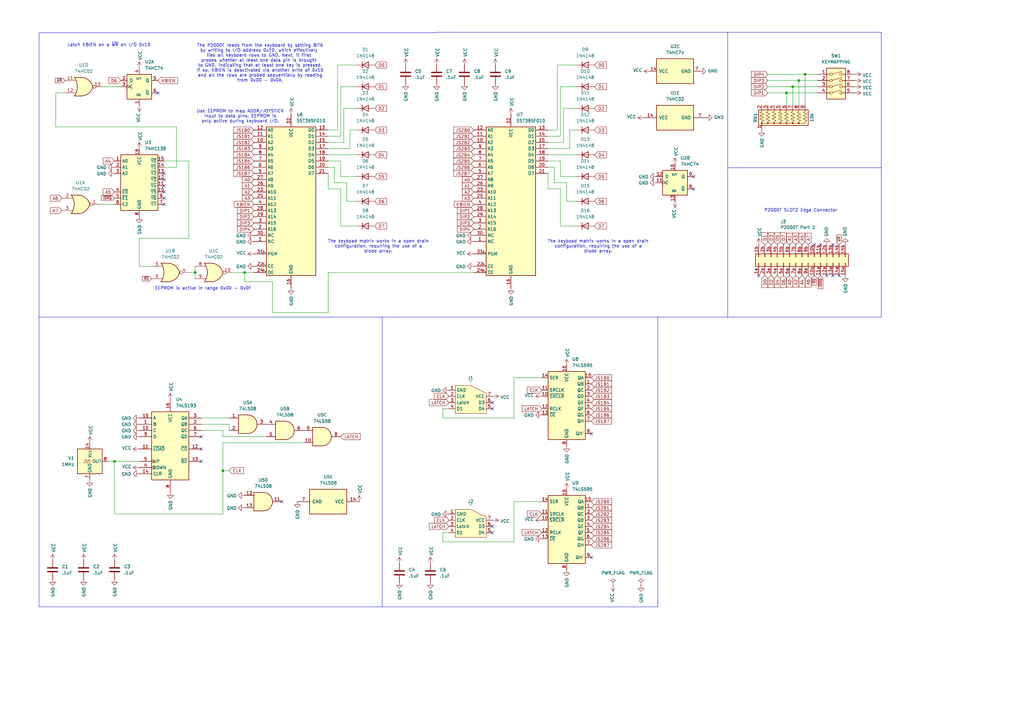
<source format=kicad_sch>
(kicad_sch (version 20231120) (generator "eeschema") (generator_version "8.0")
  (paper "A3")
  (title_block (title "P2000T Joystick Cartridge (PORT 2) - EEPROM / DIP / NES") (date "2025-01-28") (rev "0"))
  (lib_symbols
    (symbol "74xx:74HC02" (pin_names (offset 1.016))
      (property "Reference" "U" (at 0 1.27 0))
      (property "Value" "74HC02" (at 0 -1.27 0))
      (symbol "74HC02_1_1"
        (pin output inverted (at 7.62 0 180) (length 3.81) (name "~") (number "1"))
        (pin input line (at -7.62 2.54 0) (length 4.318) (name "~") (number "2"))
        (pin input line (at -7.62 -2.54 0) (length 4.318) (name "~") (number "3"))
      )
      (symbol "74HC02_1_2"
        (pin output line (at 7.62 0 180) (length 3.81) (name "~") (number "1"))
        (pin input inverted (at -7.62 2.54 0) (length 3.81) (name "~") (number "2"))
        (pin input inverted (at -7.62 -2.54 0) (length 3.81) (name "~") (number "3"))
      )
      (symbol "74HC02_2_1"
        (pin output inverted (at 7.62 0 180) (length 3.81) (name "~") (number "4"))
        (pin input line (at -7.62 2.54 0) (length 4.318) (name "~") (number "5"))
        (pin input line (at -7.62 -2.54 0) (length 4.318) (name "~") (number "6"))
      )
      (symbol "74HC02_2_2"
        (pin output line (at 7.62 0 180) (length 3.81) (name "~") (number "4"))
        (pin input inverted (at -7.62 2.54 0) (length 3.81) (name "~") (number "5"))
        (pin input inverted (at -7.62 -2.54 0) (length 3.81) (name "~") (number "6"))
      )
      (symbol "74HC02_3_1"
        (pin output inverted (at 7.62 0 180) (length 3.81) (name "~") (number "10"))
        (pin input line (at -7.62 2.54 0) (length 4.318) (name "~") (number "8"))
        (pin input line (at -7.62 -2.54 0) (length 4.318) (name "~") (number "9"))
      )
      (symbol "74HC02_3_2"
        (pin output line (at 7.62 0 180) (length 3.81) (name "~") (number "10"))
        (pin input inverted (at -7.62 2.54 0) (length 3.81) (name "~") (number "8"))
        (pin input inverted (at -7.62 -2.54 0) (length 3.81) (name "~") (number "9"))
      )
      (symbol "74HC02_4_1"
        (pin input line (at -7.62 2.54 0) (length 4.318) (name "~") (number "11"))
        (pin input line (at -7.62 -2.54 0) (length 4.318) (name "~") (number "12"))
        (pin output inverted (at 7.62 0 180) (length 3.81) (name "~") (number "13"))
      )
      (symbol "74HC02_4_2"
        (pin input inverted (at -7.62 2.54 0) (length 3.81) (name "~") (number "11"))
        (pin input inverted (at -7.62 -2.54 0) (length 3.81) (name "~") (number "12"))
        (pin output line (at 7.62 0 180) (length 3.81) (name "~") (number "13"))
      )
      (symbol "74HC02_5_0"
        (pin power_in line (at 0 12.7 270) (length 5.08) (name "VCC") (number "14"))
        (pin power_in line (at 0 -12.7 90) (length 5.08) (name "GND") (number "7"))
      )
    )
    (symbol "74xx:74HC138"
      (property "Reference" "U" (at -7.62 13.97 0))
      (property "Value" "74HC138" (at 2.54 -11.43 0))
      (symbol "74HC138_1_1"
        (pin input line (at -10.16 10.16 0) (length 2.54) (name "A0") (number "1"))
        (pin output line (at 10.16 -2.54 180) (length 2.54) (name "~{Y5}") (number "10"))
        (pin output line (at 10.16 0 180) (length 2.54) (name "~{Y4}") (number "11"))
        (pin output line (at 10.16 2.54 180) (length 2.54) (name "~{Y3}") (number "12"))
        (pin output line (at 10.16 5.08 180) (length 2.54) (name "~{Y2}") (number "13"))
        (pin output line (at 10.16 7.62 180) (length 2.54) (name "~{Y1}") (number "14"))
        (pin output line (at 10.16 10.16 180) (length 2.54) (name "~{Y0}") (number "15"))
        (pin power_in line (at 0 15.24 270) (length 2.54) (name "VCC") (number "16"))
        (pin input line (at -10.16 7.62 0) (length 2.54) (name "A1") (number "2"))
        (pin input line (at -10.16 5.08 0) (length 2.54) (name "A2") (number "3"))
        (pin input line (at -10.16 -2.54 0) (length 2.54) (name "~{E0}") (number "4"))
        (pin input line (at -10.16 -5.08 0) (length 2.54) (name "~{E1}") (number "5"))
        (pin input line (at -10.16 -7.62 0) (length 2.54) (name "E2") (number "6"))
        (pin output line (at 10.16 -7.62 180) (length 2.54) (name "~{Y7}") (number "7"))
        (pin power_in line (at 0 -12.7 90) (length 2.54) (name "GND") (number "8"))
        (pin output line (at 10.16 -5.08 180) (length 2.54) (name "~{Y6}") (number "9"))
      )
    )
    (symbol "74xx:74HC74" (pin_names (offset 1.016))
      (property "Reference" "U" (at -7.62 8.89 0))
      (property "Value" "74HC74" (at -7.62 -8.89 0))
      (symbol "74HC74_1_0"
        (pin input line (at 0 -7.62 90) (length 2.54) (name "~{R}") (number "1"))
        (pin input line (at -7.62 2.54 0) (length 2.54) (name "D") (number "2"))
        (pin input clock (at -7.62 0 0) (length 2.54) (name "C") (number "3"))
        (pin input line (at 0 7.62 270) (length 2.54) (name "~{S}") (number "4"))
        (pin output line (at 7.62 2.54 180) (length 2.54) (name "Q") (number "5"))
        (pin output line (at 7.62 -2.54 180) (length 2.54) (name "~{Q}") (number "6"))
      )
      (symbol "74HC74_2_0"
        (pin input line (at 0 7.62 270) (length 2.54) (name "~{S}") (number "10"))
        (pin input clock (at -7.62 0 0) (length 2.54) (name "C") (number "11"))
        (pin input line (at -7.62 2.54 0) (length 2.54) (name "D") (number "12"))
        (pin input line (at 0 -7.62 90) (length 2.54) (name "~{R}") (number "13"))
        (pin output line (at 7.62 -2.54 180) (length 2.54) (name "~{Q}") (number "8"))
        (pin output line (at 7.62 2.54 180) (length 2.54) (name "Q") (number "9"))
      )
      (symbol "74HC74_3_0"
        (pin power_in line (at 0 10.16 270) (length 2.54) (name "VCC") (number "14"))
        (pin power_in line (at 0 -10.16 90) (length 2.54) (name "GND") (number "7"))
      )
    )
    (symbol "74xx:74LS08" (pin_names (offset 1.016))
      (property "Reference" "U" (at 0 1.27 0))
      (property "Value" "74LS08" (at 0 -1.27 0))
      (symbol "74LS08_1_1"
        (pin input line (at -7.62 2.54 0) (length 3.81) (name "~") (number "1"))
        (pin input line (at -7.62 -2.54 0) (length 3.81) (name "~") (number "2"))
        (pin output line (at 7.62 0 180) (length 3.81) (name "~") (number "3"))
      )
      (symbol "74LS08_1_2"
        (pin input inverted (at -7.62 2.54 0) (length 4.318) (name "~") (number "1"))
        (pin input inverted (at -7.62 -2.54 0) (length 4.318) (name "~") (number "2"))
        (pin output inverted (at 7.62 0 180) (length 3.81) (name "~") (number "3"))
      )
      (symbol "74LS08_2_1"
        (pin input line (at -7.62 2.54 0) (length 3.81) (name "~") (number "4"))
        (pin input line (at -7.62 -2.54 0) (length 3.81) (name "~") (number "5"))
        (pin output line (at 7.62 0 180) (length 3.81) (name "~") (number "6"))
      )
      (symbol "74LS08_2_2"
        (pin input inverted (at -7.62 2.54 0) (length 4.318) (name "~") (number "4"))
        (pin input inverted (at -7.62 -2.54 0) (length 4.318) (name "~") (number "5"))
        (pin output inverted (at 7.62 0 180) (length 3.81) (name "~") (number "6"))
      )
      (symbol "74LS08_3_1"
        (pin input line (at -7.62 -2.54 0) (length 3.81) (name "~") (number "10"))
        (pin output line (at 7.62 0 180) (length 3.81) (name "~") (number "8"))
        (pin input line (at -7.62 2.54 0) (length 3.81) (name "~") (number "9"))
      )
      (symbol "74LS08_3_2"
        (pin input inverted (at -7.62 -2.54 0) (length 4.318) (name "~") (number "10"))
        (pin output inverted (at 7.62 0 180) (length 3.81) (name "~") (number "8"))
        (pin input inverted (at -7.62 2.54 0) (length 4.318) (name "~") (number "9"))
      )
      (symbol "74LS08_4_1"
        (pin output line (at 7.62 0 180) (length 3.81) (name "~") (number "11"))
        (pin input line (at -7.62 2.54 0) (length 3.81) (name "~") (number "12"))
        (pin input line (at -7.62 -2.54 0) (length 3.81) (name "~") (number "13"))
      )
      (symbol "74LS08_4_2"
        (pin output inverted (at 7.62 0 180) (length 3.81) (name "~") (number "11"))
        (pin input inverted (at -7.62 2.54 0) (length 4.318) (name "~") (number "12"))
        (pin input inverted (at -7.62 -2.54 0) (length 4.318) (name "~") (number "13"))
      )
      (symbol "74LS08_5_0"
        (pin power_in line (at 0 12.7 270) (length 5.08) (name "VCC") (number "14"))
        (pin power_in line (at 0 -12.7 90) (length 5.08) (name "GND") (number "7"))
      )
    )
    (symbol "74xx:74LS193"
      (property "Reference" "U" (at -7.62 13.97 0))
      (property "Value" "74LS193" (at 5.08 13.97 0))
      (symbol "74LS193_1_0"
        (pin input line (at -12.7 7.62 0) (length 5.08) (name "B") (number "1"))
        (pin input line (at -12.7 5.08 0) (length 5.08) (name "C") (number "10"))
        (pin input line (at -12.7 -2.54 0) (length 5.08) (name "~{LOAD}") (number "11"))
        (pin output line (at 12.7 -2.54 180) (length 5.08) (name "~{CO}") (number "12"))
        (pin output line (at 12.7 -7.62 180) (length 5.08) (name "~{BO}") (number "13"))
        (pin input line (at -12.7 -12.7 0) (length 5.08) (name "CLR") (number "14"))
        (pin input line (at -12.7 10.16 0) (length 5.08) (name "A") (number "15"))
        (pin power_in line (at 0 17.78 270) (length 5.08) (name "VCC") (number "16"))
        (pin output line (at 12.7 7.62 180) (length 5.08) (name "QB") (number "2"))
        (pin output line (at 12.7 10.16 180) (length 5.08) (name "QA") (number "3"))
        (pin input clock (at -12.7 -10.16 0) (length 5.08) (name "DOWN") (number "4"))
        (pin input clock (at -12.7 -7.62 0) (length 5.08) (name "UP") (number "5"))
        (pin output line (at 12.7 5.08 180) (length 5.08) (name "QC") (number "6"))
        (pin output line (at 12.7 2.54 180) (length 5.08) (name "QD") (number "7"))
        (pin power_in line (at 0 -20.32 90) (length 5.08) (name "GND") (number "8"))
        (pin input line (at -12.7 2.54 0) (length 5.08) (name "D") (number "9"))
      )
    )
    (symbol "74xx:74LS595"
      (property "Reference" "U" (at -7.62 13.97 0))
      (property "Value" "74LS595" (at -7.62 -16.51 0))
      (symbol "74LS595_1_0"
        (pin tri_state line (at 10.16 7.62 180) (length 2.54) (name "QB") (number "1"))
        (pin input line (at -10.16 2.54 0) (length 2.54) (name "~{SRCLR}") (number "10"))
        (pin input line (at -10.16 5.08 0) (length 2.54) (name "SRCLK") (number "11"))
        (pin input line (at -10.16 -2.54 0) (length 2.54) (name "RCLK") (number "12"))
        (pin input line (at -10.16 -5.08 0) (length 2.54) (name "~{OE}") (number "13"))
        (pin input line (at -10.16 10.16 0) (length 2.54) (name "SER") (number "14"))
        (pin tri_state line (at 10.16 10.16 180) (length 2.54) (name "QA") (number "15"))
        (pin power_in line (at 0 15.24 270) (length 2.54) (name "VCC") (number "16"))
        (pin tri_state line (at 10.16 5.08 180) (length 2.54) (name "QC") (number "2"))
        (pin tri_state line (at 10.16 2.54 180) (length 2.54) (name "QD") (number "3"))
        (pin tri_state line (at 10.16 0 180) (length 2.54) (name "QE") (number "4"))
        (pin tri_state line (at 10.16 -2.54 180) (length 2.54) (name "QF") (number "5"))
        (pin tri_state line (at 10.16 -5.08 180) (length 2.54) (name "QG") (number "6"))
        (pin tri_state line (at 10.16 -7.62 180) (length 2.54) (name "QH") (number "7"))
        (pin power_in line (at 0 -17.78 90) (length 2.54) (name "GND") (number "8"))
        (pin output line (at 10.16 -12.7 180) (length 2.54) (name "QH'") (number "9"))
      )
    )
    (symbol "Connector_Generic:Conn_02x15_Row_Letter_Last" (pin_names (offset 1.016) hide)
      (property "Reference" "J" (at 1.27 20.32 0))
      (property "Value" "Conn_02x15_Row_Letter_Last" (at 1.27 -20.32 0))
      (symbol "Conn_02x15_Row_Letter_Last_1_1"
        (pin passive line (at -5.08 -5.08 0) (length 3.81) (name "Pin_10a") (number "10a"))
        (pin passive line (at 7.62 -5.08 180) (length 3.81) (name "Pin_10b") (number "10b"))
        (pin passive line (at -5.08 -7.62 0) (length 3.81) (name "Pin_11a") (number "11a"))
        (pin passive line (at 7.62 -7.62 180) (length 3.81) (name "Pin_11b") (number "11b"))
        (pin passive line (at -5.08 -10.16 0) (length 3.81) (name "Pin_12a") (number "12a"))
        (pin passive line (at 7.62 -10.16 180) (length 3.81) (name "Pin_12b") (number "12b"))
        (pin passive line (at -5.08 -12.7 0) (length 3.81) (name "Pin_13a") (number "13a"))
        (pin passive line (at 7.62 -12.7 180) (length 3.81) (name "Pin_13b") (number "13b"))
        (pin passive line (at -5.08 -15.24 0) (length 3.81) (name "Pin_14a") (number "14a"))
        (pin passive line (at 7.62 -15.24 180) (length 3.81) (name "Pin_14b") (number "14b"))
        (pin passive line (at -5.08 -17.78 0) (length 3.81) (name "Pin_15a") (number "15a"))
        (pin passive line (at 7.62 -17.78 180) (length 3.81) (name "Pin_15b") (number "15b"))
        (pin passive line (at -5.08 17.78 0) (length 3.81) (name "Pin_1a") (number "1a"))
        (pin passive line (at 7.62 17.78 180) (length 3.81) (name "Pin_1b") (number "1b"))
        (pin passive line (at -5.08 15.24 0) (length 3.81) (name "Pin_2a") (number "2a"))
        (pin passive line (at 7.62 15.24 180) (length 3.81) (name "Pin_2b") (number "2b"))
        (pin passive line (at -5.08 12.7 0) (length 3.81) (name "Pin_3a") (number "3a"))
        (pin passive line (at 7.62 12.7 180) (length 3.81) (name "Pin_3b") (number "3b"))
        (pin passive line (at -5.08 10.16 0) (length 3.81) (name "Pin_4a") (number "4a"))
        (pin passive line (at 7.62 10.16 180) (length 3.81) (name "Pin_4b") (number "4b"))
        (pin passive line (at -5.08 7.62 0) (length 3.81) (name "Pin_5a") (number "5a"))
        (pin passive line (at 7.62 7.62 180) (length 3.81) (name "Pin_5b") (number "5b"))
        (pin passive line (at -5.08 5.08 0) (length 3.81) (name "Pin_6a") (number "6a"))
        (pin passive line (at 7.62 5.08 180) (length 3.81) (name "Pin_6b") (number "6b"))
        (pin passive line (at -5.08 2.54 0) (length 3.81) (name "Pin_7a") (number "7a"))
        (pin passive line (at 7.62 2.54 180) (length 3.81) (name "Pin_7b") (number "7b"))
        (pin passive line (at -5.08 0 0) (length 3.81) (name "Pin_8a") (number "8a"))
        (pin passive line (at 7.62 0 180) (length 3.81) (name "Pin_8b") (number "8b"))
        (pin passive line (at -5.08 -2.54 0) (length 3.81) (name "Pin_9a") (number "9a"))
        (pin passive line (at 7.62 -2.54 180) (length 3.81) (name "Pin_9b") (number "9b"))
      )
    )
    (symbol "Device:C" (pin_numbers hide) (pin_names (offset 0.254))
      (property "Reference" "C" (at 0.635 2.54 0))
      (property "Value" "C" (at 0.635 -2.54 0))
      (symbol "C_1_1"
        (pin passive line (at 0 3.81 270) (length 2.794) (name "~") (number "1"))
        (pin passive line (at 0 -3.81 90) (length 2.794) (name "~") (number "2"))
      )
    )
    (symbol "Device:D" (pin_numbers hide) (pin_names (offset 1.016) hide)
      (property "Reference" "D" (at 0 2.54 0))
      (property "Value" "D" (at 0 -2.54 0))
      (symbol "D_1_1"
        (pin passive line (at -3.81 0 0) (length 2.54) (name "K") (number "1"))
        (pin passive line (at 3.81 0 180) (length 2.54) (name "A") (number "2"))
      )
    )
    (symbol "Device:R_Network08_US" (pin_names (offset 0) hide)
      (property "Reference" "RN" (at -12.7 0 90))
      (property "Value" "R_Network08_US" (at 10.16 0 90))
      (symbol "R_Network08_US_1_1"
        (pin passive line (at -10.16 5.08 270) (length 2.54) (name "common") (number "1"))
        (pin passive line (at -10.16 -5.08 90) (length 1.27) (name "R1") (number "2"))
        (pin passive line (at -7.62 -5.08 90) (length 1.27) (name "R2") (number "3"))
        (pin passive line (at -5.08 -5.08 90) (length 1.27) (name "R3") (number "4"))
        (pin passive line (at -2.54 -5.08 90) (length 1.27) (name "R4") (number "5"))
        (pin passive line (at 0 -5.08 90) (length 1.27) (name "R5") (number "6"))
        (pin passive line (at 2.54 -5.08 90) (length 1.27) (name "R6") (number "7"))
        (pin passive line (at 5.08 -5.08 90) (length 1.27) (name "R7") (number "8"))
        (pin passive line (at 7.62 -5.08 90) (length 1.27) (name "R8") (number "9"))
      )
    )
    (symbol "Memory_Flash:SST39SF010"
      (property "Reference" "U" (at 2.54 33.02 0))
      (property "Value" "SST39SF010" (at 0 -30.48 0))
      (symbol "SST39SF010_0_0"
        (pin power_in line (at 0 -34.29 90) (length 5.08) (name "GND") (number "16"))
        (pin power_in line (at 0 36.83 270) (length 5.08) (name "VCC") (number "32"))
      )
      (symbol "SST39SF010_1_1"
        (pin input line (at -15.24 -15.24 0) (length 5.08) (name "NC") (number "1"))
        (pin input line (at -15.24 25.4 0) (length 5.08) (name "A2") (number "10"))
        (pin input line (at -15.24 27.94 0) (length 5.08) (name "A1") (number "11"))
        (pin input line (at -15.24 30.48 0) (length 5.08) (name "A0") (number "12"))
        (pin tri_state line (at 15.24 30.48 180) (length 5.08) (name "D0") (number "13"))
        (pin tri_state line (at 15.24 27.94 180) (length 5.08) (name "D1") (number "14"))
        (pin tri_state line (at 15.24 25.4 180) (length 5.08) (name "D2") (number "15"))
        (pin tri_state line (at 15.24 22.86 180) (length 5.08) (name "D3") (number "17"))
        (pin tri_state line (at 15.24 20.32 180) (length 5.08) (name "D4") (number "18"))
        (pin tri_state line (at 15.24 17.78 180) (length 5.08) (name "D5") (number "19"))
        (pin input line (at -15.24 -10.16 0) (length 5.08) (name "A16") (number "2"))
        (pin tri_state line (at 15.24 15.24 180) (length 5.08) (name "D6") (number "20"))
        (pin tri_state line (at 15.24 12.7 180) (length 5.08) (name "D7") (number "21"))
        (pin input input_low (at -15.24 -25.4 0) (length 5.08) (name "CE") (number "22"))
        (pin input line (at -15.24 5.08 0) (length 5.08) (name "A10") (number "23"))
        (pin input input_low (at -15.24 -27.94 0) (length 5.08) (name "OE") (number "24"))
        (pin input line (at -15.24 2.54 0) (length 5.08) (name "A11") (number "25"))
        (pin input line (at -15.24 7.62 0) (length 5.08) (name "A9") (number "26"))
        (pin input line (at -15.24 10.16 0) (length 5.08) (name "A8") (number "27"))
        (pin input line (at -15.24 -2.54 0) (length 5.08) (name "A13") (number "28"))
        (pin input line (at -15.24 -5.08 0) (length 5.08) (name "A14") (number "29"))
        (pin input line (at -15.24 -7.62 0) (length 5.08) (name "A15") (number "3"))
        (pin input line (at -15.24 -12.7 0) (length 5.08) (name "NC") (number "30"))
        (pin input input_low (at -15.24 -20.32 0) (length 5.08) (name "PGM") (number "31"))
        (pin input line (at -15.24 0 0) (length 5.08) (name "A12") (number "4"))
        (pin input line (at -15.24 12.7 0) (length 5.08) (name "A7") (number "5"))
        (pin input line (at -15.24 15.24 0) (length 5.08) (name "A6") (number "6"))
        (pin input line (at -15.24 17.78 0) (length 5.08) (name "A5") (number "7"))
        (pin input line (at -15.24 20.32 0) (length 5.08) (name "A4") (number "8"))
        (pin input line (at -15.24 22.86 0) (length 5.08) (name "A3") (number "9"))
      )
    )
    (symbol "Oscillator:TCXO-14" (pin_names (offset 0.254))
      (property "Reference" "X" (at -5.08 6.35 0))
      (property "Value" "TCXO-14" (at 1.27 -6.35 0))
      (symbol "TCXO-14_1_1"
        (pin no_connect line (at -5.08 2.54 0) (length 2.54) hide (name "NC") (number "1"))
        (pin power_in line (at 0 7.62 270) (length 2.54) (name "Vcc") (number "14"))
        (pin power_in line (at 0 -7.62 90) (length 2.54) (name "GND") (number "7"))
        (pin output line (at 7.62 0 180) (length 2.54) (name "OUT") (number "8"))
      )
    )
    (symbol "Switch:SW_DIP_x04" (pin_names (offset 0) hide)
      (property "Reference" "SW" (at 0 8.89 0))
      (property "Value" "SW_DIP_x04" (at 0 -6.35 0))
      (symbol "SW_DIP_x04_1_1"
        (pin passive line (at -7.62 5.08 0) (length 5.08) (name "~") (number "1"))
        (pin passive line (at -7.62 2.54 0) (length 5.08) (name "~") (number "2"))
        (pin passive line (at -7.62 0 0) (length 5.08) (name "~") (number "3"))
        (pin passive line (at -7.62 -2.54 0) (length 5.08) (name "~") (number "4"))
        (pin passive line (at 7.62 -2.54 180) (length 5.08) (name "~") (number "5"))
        (pin passive line (at 7.62 0 180) (length 5.08) (name "~") (number "6"))
        (pin passive line (at 7.62 2.54 180) (length 5.08) (name "~") (number "7"))
        (pin passive line (at 7.62 5.08 180) (length 5.08) (name "~") (number "8"))
      )
    )
    (symbol "nes:nes_socket"
      (property "Reference" "J" (at 0 6.858 0))
      (symbol "nes_socket_1_1"
        (pin input line (at -8.89 3.81 0) (length 2.54) (name "GND") (number "1"))
        (pin input line (at -8.89 1.27 0) (length 2.54) (name "CLK") (number "2"))
        (pin input line (at -8.89 -1.27 0) (length 2.54) (name "Latch") (number "3"))
        (pin input line (at -8.89 -3.81 0) (length 2.54) (name "D1") (number "4"))
        (pin input line (at 8.89 -3.81 180) (length 2.54) (name "D4") (number "5"))
        (pin input line (at 8.89 -1.27 180) (length 2.54) (name "D3") (number "6"))
        (pin input line (at 8.89 1.27 180) (length 2.54) (name "VCC") (number "7"))
      )
    )
    (symbol "power:GND" (power) (pin_numbers hide) (pin_names (offset 0) hide)
      (property "Value" "GND" (at 0 -3.81 0))
      (symbol "GND_1_1"
        (pin power_in line (at 0 0 270) (length 0) (name "~") (number "1"))
      )
    )
    (symbol "power:PWR_FLAG" (power) (pin_numbers hide) (pin_names (offset 0) hide)
      (property "Value" "PWR_FLAG" (at 0 3.81 0))
      (symbol "PWR_FLAG_0_0"
        (pin power_out line (at 0 0 90) (length 0) (name "~") (number "1"))
      )
    )
    (symbol "power:VCC" (power) (pin_numbers hide) (pin_names (offset 0) hide)
      (property "Value" "VCC" (at 0 3.556 0))
      (symbol "VCC_1_1"
        (pin power_in line (at 0 0 90) (length 0) (name "~") (number "1"))
      )
    )
  )
  (junction (at 327.66 33.02))
  (junction (at 330.2 30.48))
  (junction (at 46.99 189.23))
  (junction (at 322.58 38.1))
  (junction (at 91.44 193.04))
  (junction (at 80.01 111.76))
  (junction (at 100.33 111.76))
  (junction (at 325.12 35.56))
  (no_connect (at 67.31 83.82))
  (no_connect (at 82.55 179.07))
  (no_connect (at 115.57 205.74))
  (no_connect (at 284.48 77.47))
  (no_connect (at 82.55 189.23))
  (no_connect (at 201.93 167.64))
  (no_connect (at 67.31 78.74))
  (no_connect (at 82.55 184.15))
  (no_connect (at 67.31 76.2))
  (no_connect (at 64.77 38.1))
  (no_connect (at 67.31 73.66))
  (no_connect (at 201.93 215.9))
  (no_connect (at 336.55 100.33))
  (no_connect (at 311.15 113.03))
  (no_connect (at 242.57 228.6))
  (no_connect (at 67.31 81.28))
  (no_connect (at 334.01 100.33))
  (no_connect (at 284.48 72.39))
  (no_connect (at 201.93 165.1))
  (no_connect (at 339.09 113.03))
  (no_connect (at 344.17 113.03))
  (no_connect (at 341.63 113.03))
  (no_connect (at 242.57 177.8))
  (no_connect (at 341.63 100.33))
  (no_connect (at 201.93 218.44))
  (no_connect (at 67.31 71.12))
  (wire (pts (xy 100.33 115.57) (xy 111.76 115.57)))
  (wire (pts (xy 335.28 38.1) (xy 322.58 38.1)))
  (polyline (pts (xy 156.718 248.92) (xy 156.718 130.048)))
  (wire (pts (xy 139.7 66.04) (xy 134.62 66.04)))
  (wire (pts (xy 77.47 97.79) (xy 57.15 97.79)))
  (wire (pts (xy 322.58 38.1) (xy 314.96 38.1)))
  (wire (pts (xy 100.33 111.76) (xy 100.33 115.57)))
  (wire (pts (xy 95.25 111.76) (xy 100.33 111.76)))
  (wire (pts (xy 231.14 44.45) (xy 231.14 58.42)))
  (wire (pts (xy 82.55 171.45) (xy 93.98 171.45)))
  (wire (pts (xy 232.41 74.93) (xy 232.41 82.55)))
  (wire (pts (xy 231.14 58.42) (xy 224.79 58.42)))
  (wire (pts (xy 229.87 35.56) (xy 229.87 55.88)))
  (wire (pts (xy 134.62 68.58) (xy 137.16 68.58)))
  (wire (pts (xy 325.12 35.56) (xy 314.96 35.56)))
  (wire (pts (xy 41.91 35.56) (xy 49.53 35.56)))
  (wire (pts (xy 314.96 30.48) (xy 330.2 30.48)))
  (wire (pts (xy 138.43 26.67) (xy 138.43 53.34)))
  (polyline (pts (xy 298.45 13.208) (xy 361.442 13.208)))
  (polyline (pts (xy 361.442 68.834) (xy 298.45 68.834)))
  (wire (pts (xy 142.24 82.55) (xy 146.05 82.55)))
  (wire (pts (xy 146.05 26.67) (xy 138.43 26.67)))
  (wire (pts (xy 77.47 66.04) (xy 77.47 97.79)))
  (wire (pts (xy 232.41 82.55) (xy 236.22 82.55)))
  (polyline (pts (xy 361.442 13.208) (xy 361.442 14.986)))
  (wire (pts (xy 91.44 179.07) (xy 109.22 179.07)))
  (polyline (pts (xy 163.83 130.048) (xy 269.748 130.048)))
  (wire (pts (xy 227.33 74.93) (xy 232.41 74.93)))
  (wire (pts (xy 236.22 72.39) (xy 229.87 72.39)))
  (wire (pts (xy 335.28 35.56) (xy 325.12 35.56)))
  (wire (pts (xy 236.22 44.45) (xy 231.14 44.45)))
  (wire (pts (xy 91.44 210.82) (xy 91.44 193.04)))
  (polyline (pts (xy 16.002 248.92) (xy 16.002 130.048)))
  (polyline (pts (xy 16.002 130.048) (xy 16.002 13.462)))
  (wire (pts (xy 229.87 55.88) (xy 224.79 55.88)))
  (wire (pts (xy 22.86 38.1) (xy 26.67 38.1)))
  (polyline (pts (xy 298.45 13.208) (xy 298.45 130.048)))
  (wire (pts (xy 224.79 77.47) (xy 229.87 77.47)))
  (wire (pts (xy 146.05 53.34) (xy 143.51 53.34)))
  (wire (pts (xy 210.82 171.45) (xy 210.82 154.94)))
  (polyline (pts (xy 156.718 248.92) (xy 16.002 248.92)))
  (wire (pts (xy 181.61 222.25) (xy 210.82 222.25)))
  (polyline (pts (xy 298.45 130.048) (xy 361.442 130.048)))
  (wire (pts (xy 111.76 128.27) (xy 134.62 128.27)))
  (wire (pts (xy 314.96 33.02) (xy 327.66 33.02)))
  (wire (pts (xy 139.7 35.56) (xy 139.7 55.88)))
  (wire (pts (xy 229.87 66.04) (xy 224.79 66.04)))
  (wire (pts (xy 236.22 53.34) (xy 233.68 53.34)))
  (wire (pts (xy 236.22 35.56) (xy 229.87 35.56)))
  (wire (pts (xy 134.62 111.76) (xy 194.31 111.76)))
  (wire (pts (xy 224.79 77.47) (xy 224.79 71.12)))
  (polyline (pts (xy 269.748 248.92) (xy 156.718 248.92)))
  (wire (pts (xy 325.12 35.56) (xy 325.12 43.18)))
  (polyline (pts (xy 361.442 14.986) (xy 361.442 68.834)))
  (wire (pts (xy 91.44 193.04) (xy 91.44 181.61)))
  (wire (pts (xy 229.87 92.71) (xy 229.87 77.47)))
  (wire (pts (xy 210.82 154.94) (xy 222.25 154.94)))
  (wire (pts (xy 138.43 53.34) (xy 134.62 53.34)))
  (wire (pts (xy 91.44 176.53) (xy 91.44 179.07)))
  (wire (pts (xy 77.47 111.76) (xy 80.01 111.76)))
  (wire (pts (xy 82.55 176.53) (xy 91.44 176.53)))
  (wire (pts (xy 184.15 167.64) (xy 181.61 167.64)))
  (wire (pts (xy 146.05 72.39) (xy 139.7 72.39)))
  (wire (pts (xy 22.86 52.07) (xy 22.86 38.1)))
  (polyline (pts (xy 361.442 130.048) (xy 361.442 68.834)))
  (wire (pts (xy 67.31 66.04) (xy 77.47 66.04)))
  (wire (pts (xy 137.16 68.58) (xy 137.16 74.93)))
  (wire (pts (xy 137.16 74.93) (xy 142.24 74.93)))
  (wire (pts (xy 139.7 55.88) (xy 134.62 55.88)))
  (wire (pts (xy 57.15 97.79) (xy 57.15 109.22)))
  (wire (pts (xy 330.2 30.48) (xy 335.28 30.48)))
  (wire (pts (xy 134.62 77.47) (xy 139.7 77.47)))
  (polyline (pts (xy 269.748 130.048) (xy 269.748 248.92)))
  (wire (pts (xy 91.44 181.61) (xy 124.46 181.61)))
  (wire (pts (xy 142.24 74.93) (xy 142.24 82.55)))
  (wire (pts (xy 143.51 60.96) (xy 143.51 53.34)))
  (wire (pts (xy 228.6 26.67) (xy 228.6 53.34)))
  (wire (pts (xy 139.7 72.39) (xy 139.7 66.04)))
  (wire (pts (xy 224.79 63.5) (xy 236.22 63.5)))
  (wire (pts (xy 72.39 52.07) (xy 22.86 52.07)))
  (wire (pts (xy 322.58 38.1) (xy 322.58 43.18)))
  (wire (pts (xy 236.22 92.71) (xy 229.87 92.71)))
  (wire (pts (xy 72.39 68.58) (xy 72.39 52.07)))
  (wire (pts (xy 146.05 44.45) (xy 140.97 44.45)))
  (polyline (pts (xy 163.83 130.048) (xy 16.002 130.048)))
  (wire (pts (xy 134.62 63.5) (xy 146.05 63.5)))
  (wire (pts (xy 140.97 44.45) (xy 140.97 58.42)))
  (wire (pts (xy 93.98 193.04) (xy 91.44 193.04)))
  (wire (pts (xy 134.62 77.47) (xy 134.62 71.12)))
  (wire (pts (xy 40.64 83.82) (xy 46.99 83.82)))
  (wire (pts (xy 57.15 109.22) (xy 62.23 109.22)))
  (wire (pts (xy 139.7 92.71) (xy 139.7 77.47)))
  (wire (pts (xy 46.99 189.23) (xy 46.99 210.82)))
  (wire (pts (xy 44.45 189.23) (xy 46.99 189.23)))
  (wire (pts (xy 181.61 218.44) (xy 181.61 222.25)))
  (wire (pts (xy 228.6 53.34) (xy 224.79 53.34)))
  (wire (pts (xy 233.68 60.96) (xy 233.68 53.34)))
  (wire (pts (xy 146.05 92.71) (xy 139.7 92.71)))
  (polyline (pts (xy 16.002 13.462) (xy 178.816 13.462)))
  (wire (pts (xy 80.01 111.76) (xy 80.01 114.3)))
  (wire (pts (xy 327.66 33.02) (xy 327.66 43.18)))
  (wire (pts (xy 134.62 128.27) (xy 134.62 111.76)))
  (wire (pts (xy 224.79 60.96) (xy 233.68 60.96)))
  (wire (pts (xy 140.97 58.42) (xy 134.62 58.42)))
  (wire (pts (xy 46.99 210.82) (xy 91.44 210.82)))
  (wire (pts (xy 210.82 205.74) (xy 222.25 205.74)))
  (wire (pts (xy 224.79 68.58) (xy 227.33 68.58)))
  (wire (pts (xy 67.31 68.58) (xy 72.39 68.58)))
  (wire (pts (xy 184.15 218.44) (xy 181.61 218.44)))
  (wire (pts (xy 82.55 173.99) (xy 93.98 173.99)))
  (polyline (pts (xy 178.816 13.208) (xy 298.45 13.208)))
  (wire (pts (xy 46.99 189.23) (xy 57.15 189.23)))
  (wire (pts (xy 100.33 111.76) (xy 104.14 111.76)))
  (wire (pts (xy 227.33 68.58) (xy 227.33 74.93)))
  (wire (pts (xy 327.66 33.02) (xy 335.28 33.02)))
  (wire (pts (xy 181.61 167.64) (xy 181.61 171.45)))
  (wire (pts (xy 111.76 115.57) (xy 111.76 128.27)))
  (wire (pts (xy 229.87 72.39) (xy 229.87 66.04)))
  (wire (pts (xy 93.98 173.99) (xy 93.98 176.53)))
  (wire (pts (xy 134.62 60.96) (xy 143.51 60.96)))
  (wire (pts (xy 181.61 171.45) (xy 210.82 171.45)))
  (wire (pts (xy 80.01 109.22) (xy 80.01 111.76)))
  (wire (pts (xy 330.2 30.48) (xy 330.2 43.18)))
  (polyline (pts (xy 298.45 130.048) (xy 269.748 130.048)))
  (wire (pts (xy 210.82 222.25) (xy 210.82 205.74)))
  (wire (pts (xy 236.22 26.67) (xy 228.6 26.67)))
  (wire (pts (xy 146.05 35.56) (xy 139.7 35.56)))
  (text "Latch KBIEN on a ~{WR} on I/O 0x10" (at 44.704 18.542 0) (effects (font (size 1.27 1.27))))
  (text "The keyboad matrix works in a open drain\nconfiguration, requiring the use of a\ndiode array." (at 155.194 101.092 0) (effects (font (size 1.27 1.27))))
  (text "Use EEPROM to map ADDR/JOYSTICK\ninput to data pins. EEPROM is\nonly active during keyboard I/O." (at 98.552 47.752 0) (effects (font (size 1.27 1.27))))
  (text "EEPROM is active in range 0x00 - 0x0F" (at 83.312 118.364 0) (effects (font (size 1.27 1.27))))
  (text "P2000T SLOT2 Edge Connector" (at 328.422 86.36 0) (effects (font (size 1.27 1.27))))
  (text "The P2000T reads from the keyboard by setting BIT6\nby writing to I/O address 0x10, which effectively \nties all keyboard rows to GND. Next, it first \nprobes whether at least one data pin is brought \nto GND, indicating that at least one key is pressed.\nIf so, KBIEN is deactivated via another write of 0x10\nand all the rows are probed sequentially by reading\nfrom 0x00 - 0x0A." (at 106.68 25.908 0) (effects (font (size 1.27 1.27))))
  (text "The keyboad matrix works in a open drain\nconfiguration, requiring the use of a\ndiode array." (at 245.364 101.092 0) (effects (font (size 1.27 1.27))))
  (global_label "~{IORQ}" (shape input) (at 336.55 113.03 270) (effects (font (size 0.9906 0.9906))) (property "Intersheetrefs" "${INTERSHEET_REFS}" (effects (hide yes))))
  (global_label "DIP2" (shape input) (at 104.14 88.9 180) (property "Intersheetrefs" "${INTERSHEET_REFS}" (effects (hide yes))))
  (global_label "D7" (shape input) (at 321.31 100.33 90) (property "Intersheetrefs" "${INTERSHEET_REFS}" (effects (hide yes))))
  (global_label "DIP4" (shape input) (at 194.31 93.98 180) (property "Intersheetrefs" "${INTERSHEET_REFS}" (effects (hide yes))))
  (global_label "A3" (shape input) (at 194.31 81.28 180) (property "Intersheetrefs" "${INTERSHEET_REFS}" (effects (hide yes))))
  (global_label "DIP3" (shape input) (at 194.31 91.44 180) (property "Intersheetrefs" "${INTERSHEET_REFS}" (effects (hide yes))))
  (global_label "D2" (shape input) (at 153.67 44.45 0) (property "Intersheetrefs" "${INTERSHEET_REFS}" (effects (hide yes))))
  (global_label "CLK" (shape input) (at 184.15 213.36 180) (property "Intersheetrefs" "${INTERSHEET_REFS}" (effects (hide yes))))
  (global_label "JS2B2" (shape input) (at 242.57 210.82 0) (property "Intersheetrefs" "${INTERSHEET_REFS}" (effects (hide yes))))
  (global_label "A5" (shape input) (at 328.93 100.33 90) (property "Intersheetrefs" "${INTERSHEET_REFS}" (effects (hide yes))))
  (global_label "JS1B7" (shape input) (at 104.14 71.12 180) (property "Intersheetrefs" "${INTERSHEET_REFS}" (effects (hide yes))))
  (global_label "DIP3" (shape input) (at 314.96 33.02 180) (property "Intersheetrefs" "${INTERSHEET_REFS}" (effects (hide yes))))
  (global_label "JS1B7" (shape input) (at 242.57 172.72 0) (property "Intersheetrefs" "${INTERSHEET_REFS}" (effects (hide yes))))
  (global_label "JS2B6" (shape input) (at 242.57 220.98 0) (property "Intersheetrefs" "${INTERSHEET_REFS}" (effects (hide yes))))
  (global_label "D3" (shape input) (at 316.23 100.33 90) (property "Intersheetrefs" "${INTERSHEET_REFS}" (effects (hide yes))))
  (global_label "JS2B2" (shape input) (at 194.31 58.42 180) (property "Intersheetrefs" "${INTERSHEET_REFS}" (effects (hide yes))))
  (global_label "~{RD}" (shape input) (at 62.23 114.3 180) (effects (font (size 0.9906 0.9906))) (property "Intersheetrefs" "${INTERSHEET_REFS}" (effects (hide yes))))
  (global_label "JS2B0" (shape input) (at 194.31 53.34 180) (property "Intersheetrefs" "${INTERSHEET_REFS}" (effects (hide yes))))
  (global_label "A5" (shape input) (at 46.99 78.74 180) (property "Intersheetrefs" "${INTERSHEET_REFS}" (effects (hide yes))))
  (global_label "CLK" (shape input) (at 184.15 162.56 180) (property "Intersheetrefs" "${INTERSHEET_REFS}" (effects (hide yes))))
  (global_label "JS1B0" (shape input) (at 242.57 154.94 0) (property "Intersheetrefs" "${INTERSHEET_REFS}" (effects (hide yes))))
  (global_label "A3" (shape input) (at 326.39 100.33 90) (property "Intersheetrefs" "${INTERSHEET_REFS}" (effects (hide yes))))
  (global_label "A3" (shape input) (at 104.14 81.28 180) (property "Intersheetrefs" "${INTERSHEET_REFS}" (effects (hide yes))))
  (global_label "~{WR}" (shape input) (at 26.67 33.02 180) (effects (font (size 0.9906 0.9906))) (property "Intersheetrefs" "${INTERSHEET_REFS}" (effects (hide yes))))
  (global_label "DIP4" (shape input) (at 104.14 93.98 180) (property "Intersheetrefs" "${INTERSHEET_REFS}" (effects (hide yes))))
  (global_label "D4" (shape input) (at 318.77 113.03 270) (property "Intersheetrefs" "${INTERSHEET_REFS}" (effects (hide yes))))
  (global_label "JS2B3" (shape input) (at 194.31 60.96 180) (property "Intersheetrefs" "${INTERSHEET_REFS}" (effects (hide yes))))
  (global_label "D0" (shape input) (at 243.84 26.67 0) (property "Intersheetrefs" "${INTERSHEET_REFS}" (effects (hide yes))))
  (global_label "KBIEN" (shape input) (at 104.14 83.82 180) (property "Intersheetrefs" "${INTERSHEET_REFS}" (effects (hide yes))))
  (global_label "JS1B1" (shape input) (at 104.14 55.88 180) (property "Intersheetrefs" "${INTERSHEET_REFS}" (effects (hide yes))))
  (global_label "A1" (shape input) (at 194.31 76.2 180) (property "Intersheetrefs" "${INTERSHEET_REFS}" (effects (hide yes))))
  (global_label "D7" (shape input) (at 243.84 92.71 0) (property "Intersheetrefs" "${INTERSHEET_REFS}" (effects (hide yes))))
  (global_label "A0" (shape input) (at 323.85 113.03 270) (property "Intersheetrefs" "${INTERSHEET_REFS}" (effects (hide yes))))
  (global_label "JS1B3" (shape input) (at 242.57 162.56 0) (property "Intersheetrefs" "${INTERSHEET_REFS}" (effects (hide yes))))
  (global_label "JS1B4" (shape input) (at 104.14 63.5 180) (property "Intersheetrefs" "${INTERSHEET_REFS}" (effects (hide yes))))
  (global_label "KBIEN" (shape input) (at 64.77 33.02 0) (property "Intersheetrefs" "${INTERSHEET_REFS}" (effects (hide yes))))
  (global_label "A0" (shape input) (at 194.31 73.66 180) (property "Intersheetrefs" "${INTERSHEET_REFS}" (effects (hide yes))))
  (global_label "JS2B3" (shape input) (at 242.57 213.36 0) (property "Intersheetrefs" "${INTERSHEET_REFS}" (effects (hide yes))))
  (global_label "A1" (shape input) (at 104.14 76.2 180) (property "Intersheetrefs" "${INTERSHEET_REFS}" (effects (hide yes))))
  (global_label "D2" (shape input) (at 243.84 44.45 0) (property "Intersheetrefs" "${INTERSHEET_REFS}" (effects (hide yes))))
  (global_label "KBIEN" (shape input) (at 194.31 83.82 180) (property "Intersheetrefs" "${INTERSHEET_REFS}" (effects (hide yes))))
  (global_label "D6" (shape input) (at 321.31 113.03 270) (property "Intersheetrefs" "${INTERSHEET_REFS}" (effects (hide yes))))
  (global_label "D1" (shape input) (at 313.69 100.33 90) (property "Intersheetrefs" "${INTERSHEET_REFS}" (effects (hide yes))))
  (global_label "A6" (shape input) (at 331.47 113.03 270) (property "Intersheetrefs" "${INTERSHEET_REFS}" (effects (hide yes))))
  (global_label "DIP2" (shape input) (at 314.96 35.56 180) (property "Intersheetrefs" "${INTERSHEET_REFS}" (effects (hide yes))))
  (global_label "CLK" (shape input) (at 222.25 210.82 180) (property "Intersheetrefs" "${INTERSHEET_REFS}" (effects (hide yes))))
  (global_label "DIP1" (shape input) (at 314.96 38.1 180) (property "Intersheetrefs" "${INTERSHEET_REFS}" (effects (hide yes))))
  (global_label "JS2B0" (shape input) (at 242.57 205.74 0) (property "Intersheetrefs" "${INTERSHEET_REFS}" (effects (hide yes))))
  (global_label "D3" (shape input) (at 153.67 53.34 0) (property "Intersheetrefs" "${INTERSHEET_REFS}" (effects (hide yes))))
  (global_label "A2" (shape input) (at 104.14 78.74 180) (property "Intersheetrefs" "${INTERSHEET_REFS}" (effects (hide yes))))
  (global_label "LATCH" (shape input) (at 222.25 167.64 180) (property "Intersheetrefs" "${INTERSHEET_REFS}" (effects (hide yes))))
  (global_label "D7" (shape input) (at 153.67 92.71 0) (property "Intersheetrefs" "${INTERSHEET_REFS}" (effects (hide yes))))
  (global_label "JS1B5" (shape input) (at 242.57 167.64 0) (property "Intersheetrefs" "${INTERSHEET_REFS}" (effects (hide yes))))
  (global_label "A6" (shape input) (at 25.4 81.28 180) (property "Intersheetrefs" "${INTERSHEET_REFS}" (effects (hide yes))))
  (global_label "DIP1" (shape input) (at 104.14 86.36 180) (property "Intersheetrefs" "${INTERSHEET_REFS}" (effects (hide yes))))
  (global_label "LATCH" (shape input) (at 139.7 179.07 0) (property "Intersheetrefs" "${INTERSHEET_REFS}" (effects (hide yes))))
  (global_label "A1" (shape input) (at 323.85 100.33 90) (property "Intersheetrefs" "${INTERSHEET_REFS}" (effects (hide yes))))
  (global_label "JS2B1" (shape input) (at 242.57 208.28 0) (property "Intersheetrefs" "${INTERSHEET_REFS}" (effects (hide yes))))
  (global_label "DIP4" (shape input) (at 314.96 30.48 180) (property "Intersheetrefs" "${INTERSHEET_REFS}" (effects (hide yes))))
  (global_label "LATCH" (shape input) (at 222.25 218.44 180) (property "Intersheetrefs" "${INTERSHEET_REFS}" (effects (hide yes))))
  (global_label "JS1B6" (shape input) (at 104.14 68.58 180) (property "Intersheetrefs" "${INTERSHEET_REFS}" (effects (hide yes))))
  (global_label "DIP2" (shape input) (at 194.31 88.9 180) (property "Intersheetrefs" "${INTERSHEET_REFS}" (effects (hide yes))))
  (global_label "D5" (shape input) (at 243.84 72.39 0) (property "Intersheetrefs" "${INTERSHEET_REFS}" (effects (hide yes))))
  (global_label "JS2B4" (shape input) (at 194.31 63.5 180) (property "Intersheetrefs" "${INTERSHEET_REFS}" (effects (hide yes))))
  (global_label "A7" (shape input) (at 25.4 86.36 180) (property "Intersheetrefs" "${INTERSHEET_REFS}" (effects (hide yes))))
  (global_label "JS2B5" (shape input) (at 242.57 218.44 0) (property "Intersheetrefs" "${INTERSHEET_REFS}" (effects (hide yes))))
  (global_label "JS2B4" (shape input) (at 242.57 215.9 0) (property "Intersheetrefs" "${INTERSHEET_REFS}" (effects (hide yes))))
  (global_label "D5" (shape input) (at 318.77 100.33 90) (property "Intersheetrefs" "${INTERSHEET_REFS}" (effects (hide yes))))
  (global_label "~{IORQ}" (shape input) (at 46.99 81.28 180) (effects (font (size 0.9906 0.9906))) (property "Intersheetrefs" "${INTERSHEET_REFS}" (effects (hide yes))))
  (global_label "LATCH" (shape input) (at 184.15 215.9 180) (property "Intersheetrefs" "${INTERSHEET_REFS}" (effects (hide yes))))
  (global_label "JS2B5" (shape input) (at 194.31 66.04 180) (property "Intersheetrefs" "${INTERSHEET_REFS}" (effects (hide yes))))
  (global_label "D1" (shape input) (at 153.67 35.56 0) (property "Intersheetrefs" "${INTERSHEET_REFS}" (effects (hide yes))))
  (global_label "A2" (shape input) (at 194.31 78.74 180) (property "Intersheetrefs" "${INTERSHEET_REFS}" (effects (hide yes))))
  (global_label "D6" (shape input) (at 153.67 82.55 0) (property "Intersheetrefs" "${INTERSHEET_REFS}" (effects (hide yes))))
  (global_label "JS2B7" (shape input) (at 242.57 223.52 0) (property "Intersheetrefs" "${INTERSHEET_REFS}" (effects (hide yes))))
  (global_label "D5" (shape input) (at 153.67 72.39 0) (property "Intersheetrefs" "${INTERSHEET_REFS}" (effects (hide yes))))
  (global_label "D3" (shape input) (at 243.84 53.34 0) (property "Intersheetrefs" "${INTERSHEET_REFS}" (effects (hide yes))))
  (global_label "JS1B1" (shape input) (at 242.57 157.48 0) (property "Intersheetrefs" "${INTERSHEET_REFS}" (effects (hide yes))))
  (global_label "LATCH" (shape input) (at 184.15 165.1 180) (property "Intersheetrefs" "${INTERSHEET_REFS}" (effects (hide yes))))
  (global_label "JS2B7" (shape input) (at 194.31 71.12 180) (property "Intersheetrefs" "${INTERSHEET_REFS}" (effects (hide yes))))
  (global_label "D6" (shape input) (at 243.84 82.55 0) (property "Intersheetrefs" "${INTERSHEET_REFS}" (effects (hide yes))))
  (global_label "D1" (shape input) (at 243.84 35.56 0) (property "Intersheetrefs" "${INTERSHEET_REFS}" (effects (hide yes))))
  (global_label "JS1B5" (shape input) (at 104.14 66.04 180) (property "Intersheetrefs" "${INTERSHEET_REFS}" (effects (hide yes))))
  (global_label "A7" (shape input) (at 331.47 100.33 90) (property "Intersheetrefs" "${INTERSHEET_REFS}" (effects (hide yes))))
  (global_label "DIP3" (shape input) (at 104.14 91.44 180) (property "Intersheetrefs" "${INTERSHEET_REFS}" (effects (hide yes))))
  (global_label "~{RD}" (shape input) (at 334.01 113.03 270) (effects (font (size 0.9906 0.9906))) (property "Intersheetrefs" "${INTERSHEET_REFS}" (effects (hide yes))))
  (global_label "A2" (shape input) (at 326.39 113.03 270) (property "Intersheetrefs" "${INTERSHEET_REFS}" (effects (hide yes))))
  (global_label "JS1B2" (shape input) (at 242.57 160.02 0) (property "Intersheetrefs" "${INTERSHEET_REFS}" (effects (hide yes))))
  (global_label "D4" (shape input) (at 243.84 63.5 0) (property "Intersheetrefs" "${INTERSHEET_REFS}" (effects (hide yes))))
  (global_label "D4" (shape input) (at 153.67 63.5 0) (property "Intersheetrefs" "${INTERSHEET_REFS}" (effects (hide yes))))
  (global_label "JS1B0" (shape input) (at 104.14 53.34 180) (property "Intersheetrefs" "${INTERSHEET_REFS}" (effects (hide yes))))
  (global_label "CLK" (shape input) (at 222.25 160.02 180) (property "Intersheetrefs" "${INTERSHEET_REFS}" (effects (hide yes))))
  (global_label "JS2B6" (shape input) (at 194.31 68.58 180) (property "Intersheetrefs" "${INTERSHEET_REFS}" (effects (hide yes))))
  (global_label "D0" (shape input) (at 313.69 113.03 270) (property "Intersheetrefs" "${INTERSHEET_REFS}" (effects (hide yes))))
  (global_label "JS2B1" (shape input) (at 194.31 55.88 180) (property "Intersheetrefs" "${INTERSHEET_REFS}" (effects (hide yes))))
  (global_label "JS1B6" (shape input) (at 242.57 170.18 0) (property "Intersheetrefs" "${INTERSHEET_REFS}" (effects (hide yes))))
  (global_label "A4" (shape input) (at 46.99 66.04 180) (property "Intersheetrefs" "${INTERSHEET_REFS}" (effects (hide yes))))
  (global_label "D6" (shape input) (at 49.53 33.02 180) (property "Intersheetrefs" "${INTERSHEET_REFS}" (effects (hide yes))))
  (global_label "D0" (shape input) (at 153.67 26.67 0) (property "Intersheetrefs" "${INTERSHEET_REFS}" (effects (hide yes))))
  (global_label "A4" (shape input) (at 328.93 113.03 270) (property "Intersheetrefs" "${INTERSHEET_REFS}" (effects (hide yes))))
  (global_label "JS1B2" (shape input) (at 104.14 58.42 180) (property "Intersheetrefs" "${INTERSHEET_REFS}" (effects (hide yes))))
  (global_label "CLK" (shape input) (at 93.98 193.04 0) (property "Intersheetrefs" "${INTERSHEET_REFS}" (effects (hide yes))))
  (global_label "DIP1" (shape input) (at 194.31 86.36 180) (property "Intersheetrefs" "${INTERSHEET_REFS}" (effects (hide yes))))
  (global_label "JS1B3" (shape input) (at 104.14 60.96 180) (property "Intersheetrefs" "${INTERSHEET_REFS}" (effects (hide yes))))
  (global_label "A0" (shape input) (at 104.14 73.66 180) (property "Intersheetrefs" "${INTERSHEET_REFS}" (effects (hide yes))))
  (global_label "D2" (shape input) (at 316.23 113.03 270) (property "Intersheetrefs" "${INTERSHEET_REFS}" (effects (hide yes))))
  (global_label "JS1B4" (shape input) (at 242.57 165.1 0) (property "Intersheetrefs" "${INTERSHEET_REFS}" (effects (hide yes))))
  (global_label "~{WR}" (shape input) (at 344.17 100.33 90) (effects (font (size 0.9906 0.9906))) (property "Intersheetrefs" "${INTERSHEET_REFS}" (effects (hide yes))))
  (symbol (lib_id "power:VCC") (at 311.15 100.33 0) (unit 1)
    (property "Reference" "#PWR074" (effects (hide yes)))
    (property "Value" "VCC" (at 311.531 97.0788 90) (effects (justify left)))
    (property "Description" "Power symbol creates a global label with name \"VCC\"" (effects (hide yes)))
  )
  (symbol (lib_id "74xx:74LS08") (at 107.95 205.74 0) (unit 4)
    (property "Reference" "U5" (at 107.9417 196.85 0))
    (property "Value" "74LS08" (at 107.9417 199.39 0))
    (property "Footprint" "Package_DIP:DIP-14_W7.62mm_Socket" (effects (hide yes)))
    (property "Datasheet" "http://www.ti.com/lit/gpn/sn74LS08" (effects (hide yes)))
    (property "Description" "Quad And2" (effects (hide yes)))
  )
  (symbol (lib_id "power:VCC") (at 201.93 162.56 270) (unit 1)
    (property "Reference" "#PWR050" (effects (hide yes)))
    (property "Value" "VCC" (at 205.1812 162.941 90) (effects (justify left)))
    (property "Description" "Power symbol creates a global label with name \"VCC\"" (effects (hide yes)))
  )
  (symbol (lib_id "power:VCC") (at 176.53 231.14 0) (unit 1)
    (property "Reference" "#PWR038" (effects (hide yes)))
    (property "Value" "VCC" (at 176.911 227.8888 90) (effects (justify left)))
    (property "Description" "Power symbol creates a global label with name \"VCC\"" (effects (hide yes)))
  )
  (symbol (lib_id "power:VCC") (at 203.2 26.67 0) (unit 1)
    (property "Reference" "#PWR052" (effects (hide yes)))
    (property "Value" "VCC" (at 203.581 23.4188 90) (effects (justify left)))
    (property "Description" "Power symbol creates a global label with name \"VCC\"" (effects (hide yes)))
  )
  (symbol (lib_id "power:GND") (at 269.24 72.39 270) (unit 1)
    (property "Reference" "#PWR068" (effects (hide yes)))
    (property "Value" "GND" (at 265.9888 72.517 90) (effects (justify right)))
    (property "Description" "Power symbol creates a global label with name \"GND\" , ground" (effects (hide yes)))
  )
  (symbol (lib_id "Oscillator:TCXO-14") (at 36.83 189.23 0) (unit 1)
    (property "Reference" "X1" (at 30.48 187.9599 0) (effects (justify right)))
    (property "Value" "1MHz" (at 30.48 190.4999 0) (effects (justify right)))
    (property "Footprint" "Oscillator:Oscillator_DIP-14" (effects (hide yes)))
    (property "Datasheet" "http://www.golledge.com/pdf/products/tcxos/gtxos14.pdf" (effects (hide yes)))
    (property "Description" "Temperature Compensated Crystal Clock Oscillator, DIP14-style metal package" (effects (hide yes)))
  )
  (symbol (lib_id "power:GND") (at 100.33 208.28 270) (unit 1)
    (property "Reference" "#PWR025" (effects (hide yes)))
    (property "Value" "GND" (at 97.0788 208.407 90) (effects (justify right)))
    (property "Description" "Power symbol creates a global label with name \"GND\" , ground" (effects (hide yes)))
  )
  (symbol (lib_id "74xx:74HC74") (at 57.15 35.56 0) (unit 1)
    (property "Reference" "U2" (at 59.3441 25.4 0) (effects (justify left)))
    (property "Value" "74HC74" (at 59.3441 27.94 0) (effects (justify left)))
    (property "Footprint" "Package_DIP:DIP-14_W7.62mm_Socket" (effects (hide yes)))
    (property "Datasheet" "74xx/74hc_hct74.pdf" (effects (hide yes)))
    (property "Description" "Dual D Flip-flop, Set & Reset" (effects (hide yes)))
  )
  (symbol (lib_id "Device:C") (at 179.07 30.48 0) (unit 1)
    (property "Reference" "C7" (at 182.88 29.2099 0) (effects (justify left)))
    (property "Value" ".1uF" (at 182.88 31.7499 0) (effects (justify left)))
    (property "Footprint" "Capacitor_THT:C_Disc_D5.0mm_W2.5mm_P5.00mm" (effects (hide yes)))
    (property "Description" "Unpolarized capacitor" (effects (hide yes)))
  )
  (symbol (lib_id "power:GND") (at 104.14 109.22 270) (unit 1)
    (property "Reference" "#PWR029" (effects (hide yes)))
    (property "Value" "GND" (at 100.8888 109.347 90) (effects (justify right)))
    (property "Description" "Power symbol creates a global label with name \"GND\" , ground" (effects (hide yes)))
  )
  (symbol (lib_id "power:GND") (at 222.25 220.98 270) (unit 1)
    (property "Reference" "#PWR059" (effects (hide yes)))
    (property "Value" "GND" (at 218.9988 221.107 90) (effects (justify right)))
    (property "Description" "Power symbol creates a global label with name \"GND\" , ground" (effects (hide yes)))
  )
  (symbol (lib_id "power:VCC") (at 104.14 104.14 90) (unit 1)
    (property "Reference" "#PWR028" (effects (hide yes)))
    (property "Value" "VCC" (at 100.8888 103.759 90) (effects (justify left)))
    (property "Description" "Power symbol creates a global label with name \"VCC\"" (effects (hide yes)))
  )
  (symbol (lib_id "74xx:74HC02") (at 276.86 48.26 90) (unit 5)
    (property "Reference" "U1" (at 276.86 38.1 90))
    (property "Value" "74HC02" (at 276.86 40.64 90))
    (property "Footprint" "Package_DIP:DIP-14_W7.62mm_Socket" (effects (hide yes)))
    (property "Datasheet" "http://www.ti.com/lit/gpn/sn74hc02" (effects (hide yes)))
    (property "Description" "quad 2-input NOR gate" (effects (hide yes)))
  )
  (symbol (lib_id "power:GND") (at 203.2 34.29 0) (unit 1)
    (property "Reference" "#PWR053" (effects (hide yes)))
    (property "Value" "GND" (at 203.327 37.5412 90) (effects (justify right)))
    (property "Description" "Power symbol creates a global label with name \"GND\" , ground" (effects (hide yes)))
  )
  (symbol (lib_id "74xx:74HC74") (at 276.86 74.93 0) (unit 2)
    (property "Reference" "U2" (at 279.0541 64.77 0) (effects (justify left)))
    (property "Value" "74HC74" (at 279.0541 67.31 0) (effects (justify left)))
    (property "Footprint" "Package_DIP:DIP-14_W7.62mm_Socket" (effects (hide yes)))
    (property "Datasheet" "74xx/74hc_hct74.pdf" (effects (hide yes)))
    (property "Description" "Dual D Flip-flop, Set & Reset" (effects (hide yes)))
  )
  (symbol (lib_id "power:PWR_FLAG") (at 251.46 240.03 0) (unit 1)
    (property "Reference" "#FLG01" (effects (hide yes)))
    (property "Value" "PWR_FLAG" (at 251.46 234.95 0))
    (property "Description" "Special symbol for telling ERC where power comes from" (effects (hide yes)))
  )
  (symbol (lib_id "Device:C") (at 34.29 233.68 0) (unit 1)
    (property "Reference" "C2" (at 38.1 232.4099 0) (effects (justify left)))
    (property "Value" ".1uF" (at 38.1 234.9499 0) (effects (justify left)))
    (property "Footprint" "Capacitor_THT:C_Disc_D5.0mm_W2.5mm_P5.00mm" (effects (hide yes)))
    (property "Description" "Unpolarized capacitor" (effects (hide yes)))
  )
  (symbol (lib_id "Device:D") (at 149.86 92.71 0) (unit 1)
    (property "Reference" "D8" (at 149.86 86.36 0))
    (property "Value" "1N4148" (at 149.86 88.9 0))
    (property "Footprint" "Diode_THT:D_DO-35_SOD27_P7.62mm_Horizontal" (effects (hide yes)))
    (property "Description" "Diode" (effects (hide yes)))
    (property "Sim.Device" "D" (effects (hide yes)))
    (property "Sim.Pins" "1=K 2=A" (effects (hide yes)))
  )
  (symbol (lib_id "power:GND") (at 34.29 237.49 0) (unit 1)
    (property "Reference" "#PWR04" (effects (hide yes)))
    (property "Value" "GND" (at 34.417 240.7412 90) (effects (justify right)))
    (property "Description" "Power symbol creates a global label with name \"GND\" , ground" (effects (hide yes)))
  )
  (symbol (lib_id "power:GND") (at 46.99 237.49 0) (unit 1)
    (property "Reference" "#PWR010" (effects (hide yes)))
    (property "Value" "GND" (at 47.117 240.7412 90) (effects (justify right)))
    (property "Description" "Power symbol creates a global label with name \"GND\" , ground" (effects (hide yes)))
  )
  (symbol (lib_id "power:VCC") (at 147.32 205.74 0) (unit 1)
    (property "Reference" "#PWR033" (effects (hide yes)))
    (property "Value" "VCC" (at 147.701 202.4888 90) (effects (justify left)))
    (property "Description" "Power symbol creates a global label with name \"VCC\"" (effects (hide yes)))
  )
  (symbol (lib_id "power:VCC") (at 179.07 26.67 0) (unit 1)
    (property "Reference" "#PWR040" (effects (hide yes)))
    (property "Value" "VCC" (at 179.451 23.4188 90) (effects (justify left)))
    (property "Description" "Power symbol creates a global label with name \"VCC\"" (effects (hide yes)))
  )
  (symbol (lib_id "74xx:74LS08") (at 132.08 179.07 0) (unit 3)
    (property "Reference" "U5" (at 132.0717 170.18 0))
    (property "Value" "74LS08" (at 132.0717 172.72 0))
    (property "Footprint" "Package_DIP:DIP-14_W7.62mm_Socket" (effects (hide yes)))
    (property "Datasheet" "http://www.ti.com/lit/gpn/sn74LS08" (effects (hide yes)))
    (property "Description" "Quad And2" (effects (hide yes)))
  )
  (symbol (lib_id "power:VCC") (at 119.38 46.99 0) (unit 1)
    (property "Reference" "#PWR030" (effects (hide yes)))
    (property "Value" "VCC" (at 119.761 43.7388 90) (effects (justify left)))
    (property "Description" "Power symbol creates a global label with name \"VCC\"" (effects (hide yes)))
  )
  (symbol (lib_id "Memory_Flash:SST39SF010") (at 119.38 83.82 0) (unit 1)
    (property "Reference" "U6" (at 121.5741 46.99 0) (effects (justify left)))
    (property "Value" "SST39SF010" (at 121.5741 49.53 0) (effects (justify left)))
    (property "Footprint" "Package_LCC:PLCC-32_THT-Socket" (effects (hide yes)))
    (property "Datasheet" "http://ww1.microchip.com/downloads/en/DeviceDoc/25022B.pdf" (effects (hide yes)))
    (property "Description" "Silicon Storage Technology (SSF) 128k x 8 Flash ROM" (effects (hide yes)))
  )
  (symbol (lib_id "power:GND") (at 222.25 170.18 270) (unit 1)
    (property "Reference" "#PWR057" (effects (hide yes)))
    (property "Value" "GND" (at 218.9988 170.307 90) (effects (justify right)))
    (property "Description" "Power symbol creates a global label with name \"GND\" , ground" (effects (hide yes)))
  )
  (symbol (lib_id "power:GND") (at 46.99 71.12 270) (unit 1)
    (property "Reference" "#PWR08" (effects (hide yes)))
    (property "Value" "GND" (at 43.7388 71.247 90) (effects (justify right)))
    (property "Description" "Power symbol creates a global label with name \"GND\" , ground" (effects (hide yes)))
  )
  (symbol (lib_id "Device:D") (at 149.86 72.39 0) (unit 1)
    (property "Reference" "D6" (at 149.86 66.04 0))
    (property "Value" "1N4148" (at 149.86 68.58 0))
    (property "Footprint" "Diode_THT:D_DO-35_SOD27_P7.62mm_Horizontal" (effects (hide yes)))
    (property "Description" "Diode" (effects (hide yes)))
    (property "Sim.Device" "D" (effects (hide yes)))
    (property "Sim.Pins" "1=K 2=A" (effects (hide yes)))
  )
  (symbol (lib_id "power:VCC") (at 163.83 231.14 0) (unit 1)
    (property "Reference" "#PWR034" (effects (hide yes)))
    (property "Value" "VCC" (at 164.211 227.8888 90) (effects (justify left)))
    (property "Description" "Power symbol creates a global label with name \"VCC\"" (effects (hide yes)))
  )
  (symbol (lib_id "power:VCC") (at 232.41 149.86 0) (unit 1)
    (property "Reference" "#PWR060" (effects (hide yes)))
    (property "Value" "VCC" (at 232.791 146.6088 90) (effects (justify left)))
    (property "Description" "Power symbol creates a global label with name \"VCC\"" (effects (hide yes)))
  )
  (symbol (lib_id "power:VCC") (at 276.86 82.55 180) (unit 1)
    (property "Reference" "#PWR071" (effects (hide yes)))
    (property "Value" "VCC" (at 276.479 85.8012 90) (effects (justify left)))
    (property "Description" "Power symbol creates a global label with name \"VCC\"" (effects (hide yes)))
  )
  (symbol (lib_id "74xx:74HC02") (at 34.29 35.56 0) (unit 4)
    (property "Reference" "U1" (at 34.29 26.67 0))
    (property "Value" "74HC02" (at 34.29 29.21 0))
    (property "Footprint" "Package_DIP:DIP-14_W7.62mm_Socket" (effects (hide yes)))
    (property "Datasheet" "http://www.ti.com/lit/gpn/sn74hc02" (effects (hide yes)))
    (property "Description" "quad 2-input NOR gate" (effects (hide yes)))
  )
  (symbol (lib_id "74xx:74LS08") (at 101.6 173.99 0) (unit 1)
    (property "Reference" "U5" (at 101.5917 165.1 0))
    (property "Value" "74LS08" (at 101.5917 167.64 0))
    (property "Footprint" "Package_DIP:DIP-14_W7.62mm_Socket" (effects (hide yes)))
    (property "Datasheet" "http://www.ti.com/lit/gpn/sn74LS08" (effects (hide yes)))
    (property "Description" "Quad And2" (effects (hide yes)))
  )
  (symbol (lib_id "Device:C") (at 203.2 30.48 0) (unit 1)
    (property "Reference" "C9" (at 207.01 29.2099 0) (effects (justify left)))
    (property "Value" ".1uF" (at 207.01 31.7499 0) (effects (justify left)))
    (property "Footprint" "Capacitor_THT:C_Disc_D5.0mm_W2.5mm_P5.00mm" (effects (hide yes)))
    (property "Description" "Unpolarized capacitor" (effects (hide yes)))
  )
  (symbol (lib_id "power:GND") (at 57.15 194.31 270) (unit 1)
    (property "Reference" "#PWR021" (effects (hide yes)))
    (property "Value" "GND" (at 53.8988 194.437 90) (effects (justify right)))
    (property "Description" "Power symbol creates a global label with name \"GND\" , ground" (effects (hide yes)))
  )
  (symbol (lib_id "power:GND") (at 36.83 196.85 0) (unit 1)
    (property "Reference" "#PWR06" (effects (hide yes)))
    (property "Value" "GND" (at 36.957 200.1012 90) (effects (justify right)))
    (property "Description" "Power symbol creates a global label with name \"GND\" , ground" (effects (hide yes)))
  )
  (symbol (lib_id "Device:D") (at 240.03 63.5 0) (unit 1)
    (property "Reference" "D13" (at 240.03 57.15 0))
    (property "Value" "1N4148" (at 240.03 59.69 0))
    (property "Footprint" "Diode_THT:D_DO-35_SOD27_P7.62mm_Horizontal" (effects (hide yes)))
    (property "Description" "Diode" (effects (hide yes)))
    (property "Sim.Device" "D" (effects (hide yes)))
    (property "Sim.Pins" "1=K 2=A" (effects (hide yes)))
  )
  (symbol (lib_id "power:VCC") (at 350.52 33.02 270) (unit 1)
    (property "Reference" "#PWR080" (effects (hide yes)))
    (property "Value" "VCC" (at 353.7712 33.401 90) (effects (justify left)))
    (property "Description" "Power symbol creates a global label with name \"VCC\"" (effects (hide yes)))
  )
  (symbol (lib_id "power:GND") (at 184.15 160.02 270) (unit 1)
    (property "Reference" "#PWR042" (effects (hide yes)))
    (property "Value" "GND" (at 180.8988 160.147 90) (effects (justify right)))
    (property "Description" "Power symbol creates a global label with name \"GND\" , ground" (effects (hide yes)))
  )
  (symbol (lib_id "power:VCC") (at 276.86 67.31 0) (unit 1)
    (property "Reference" "#PWR070" (effects (hide yes)))
    (property "Value" "VCC" (at 277.241 64.0588 90) (effects (justify left)))
    (property "Description" "Power symbol creates a global label with name \"VCC\"" (effects (hide yes)))
  )
  (symbol (lib_id "power:GND") (at 57.15 88.9 0) (unit 1)
    (property "Reference" "#PWR014" (effects (hide yes)))
    (property "Value" "GND" (at 57.277 92.1512 90) (effects (justify right)))
    (property "Description" "Power symbol creates a global label with name \"GND\" , ground" (effects (hide yes)))
  )
  (symbol (lib_id "74xx:74HC02") (at 33.02 83.82 0) (unit 1)
    (property "Reference" "U1" (at 33.02 74.93 0))
    (property "Value" "74HC02" (at 33.02 77.47 0))
    (property "Footprint" "Package_DIP:DIP-14_W7.62mm_Socket" (effects (hide yes)))
    (property "Datasheet" "http://www.ti.com/lit/gpn/sn74hc02" (effects (hide yes)))
    (property "Description" "quad 2-input NOR gate" (effects (hide yes)))
  )
  (symbol (lib_id "Connector_Generic:Conn_02x15_Row_Letter_Last") (at 328.93 107.95 90) (unit 1)
    (property "Reference" "J3" (at 320.04 90.932 90) (effects (justify right)))
    (property "Value" "P2000T Port 2" (at 320.04 93.2434 90) (effects (justify right)))
    (property "Footprint" "components:p2000t_cartridge_edge" (effects (hide yes)))
    (property "Description" "Generic connector, double row, 02x15, row letter last pin numbering scheme (pin number consists of a letter for the row and a number for the pin index in this row. 1a, ..., Na; 1b, ..., Nb)), script generated (kicad-library-utils/schlib/autogen/connector/)" (effects (hide yes)))
  )
  (symbol (lib_id "74xx:74HC02") (at 87.63 111.76 0) (unit 3)
    (property "Reference" "U1" (at 87.63 102.87 0))
    (property "Value" "74HC02" (at 87.63 105.41 0))
    (property "Footprint" "Package_DIP:DIP-14_W7.62mm_Socket" (effects (hide yes)))
    (property "Datasheet" "http://www.ti.com/lit/gpn/sn74hc02" (effects (hide yes)))
    (property "Description" "quad 2-input NOR gate" (effects (hide yes)))
  )
  (symbol (lib_id "power:GND") (at 69.85 201.93 0) (unit 1)
    (property "Reference" "#PWR023" (effects (hide yes)))
    (property "Value" "GND" (at 69.977 205.1812 90) (effects (justify right)))
    (property "Description" "Power symbol creates a global label with name \"GND\" , ground" (effects (hide yes)))
  )
  (symbol (lib_id "power:GND") (at 194.31 99.06 270) (unit 1)
    (property "Reference" "#PWR047" (effects (hide yes)))
    (property "Value" "GND" (at 191.0588 99.187 90) (effects (justify right)))
    (property "Description" "Power symbol creates a global label with name \"GND\" , ground" (effects (hide yes)))
  )
  (symbol (lib_id "Device:D") (at 240.03 92.71 0) (unit 1)
    (property "Reference" "D16" (at 240.03 86.36 0))
    (property "Value" "1N4148" (at 240.03 88.9 0))
    (property "Footprint" "Diode_THT:D_DO-35_SOD27_P7.62mm_Horizontal" (effects (hide yes)))
    (property "Description" "Diode" (effects (hide yes)))
    (property "Sim.Device" "D" (effects (hide yes)))
    (property "Sim.Pins" "1=K 2=A" (effects (hide yes)))
  )
  (symbol (lib_id "Device:C") (at 166.37 30.48 0) (unit 1)
    (property "Reference" "C5" (at 170.18 29.2099 0) (effects (justify left)))
    (property "Value" ".1uF" (at 170.18 31.7499 0) (effects (justify left)))
    (property "Footprint" "Capacitor_THT:C_Disc_D5.0mm_W2.5mm_P5.00mm" (effects (hide yes)))
    (property "Description" "Unpolarized capacitor" (effects (hide yes)))
  )
  (symbol (lib_id "Device:C") (at 176.53 234.95 0) (unit 1)
    (property "Reference" "C6" (at 180.34 233.6799 0) (effects (justify left)))
    (property "Value" ".1uF" (at 180.34 236.2199 0) (effects (justify left)))
    (property "Footprint" "Capacitor_THT:C_Disc_D5.0mm_W2.5mm_P5.00mm" (effects (hide yes)))
    (property "Description" "Unpolarized capacitor" (effects (hide yes)))
  )
  (symbol (lib_id "nes:nes_socket") (at 193.04 214.63 0) (unit 1)
    (property "Reference" "J2" (at 193.04 205.74 0))
    (property "Value" "~" (at 193.04 207.01 0))
    (property "Footprint" "components:nes_controller_port" (effects (hide yes)))
  )
  (symbol (lib_id "Device:D") (at 240.03 35.56 0) (unit 1)
    (property "Reference" "D10" (at 240.03 29.21 0))
    (property "Value" "1N4148" (at 240.03 31.75 0))
    (property "Footprint" "Diode_THT:D_DO-35_SOD27_P7.62mm_Horizontal" (effects (hide yes)))
    (property "Description" "Diode" (effects (hide yes)))
    (property "Sim.Device" "D" (effects (hide yes)))
    (property "Sim.Pins" "1=K 2=A" (effects (hide yes)))
  )
  (symbol (lib_id "power:VCC") (at 46.99 229.87 0) (unit 1)
    (property "Reference" "#PWR09" (effects (hide yes)))
    (property "Value" "VCC" (at 47.371 226.6188 90) (effects (justify left)))
    (property "Description" "Power symbol creates a global label with name \"VCC\"" (effects (hide yes)))
  )
  (symbol (lib_id "power:GND") (at 269.24 74.93 270) (unit 1)
    (property "Reference" "#PWR069" (effects (hide yes)))
    (property "Value" "GND" (at 265.9888 75.057 90) (effects (justify right)))
    (property "Description" "Power symbol creates a global label with name \"GND\" , ground" (effects (hide yes)))
  )
  (symbol (lib_id "power:GND") (at 100.33 203.2 270) (unit 1)
    (property "Reference" "#PWR024" (effects (hide yes)))
    (property "Value" "GND" (at 97.0788 203.327 90) (effects (justify right)))
    (property "Description" "Power symbol creates a global label with name \"GND\" , ground" (effects (hide yes)))
  )
  (symbol (lib_id "power:VCC") (at 57.15 184.15 90) (unit 1)
    (property "Reference" "#PWR019" (effects (hide yes)))
    (property "Value" "VCC" (at 53.8988 183.769 90) (effects (justify left)))
    (property "Description" "Power symbol creates a global label with name \"VCC\"" (effects (hide yes)))
  )
  (symbol (lib_id "Device:D") (at 149.86 53.34 0) (unit 1)
    (property "Reference" "D4" (at 149.86 46.99 0))
    (property "Value" "1N4148" (at 149.86 49.53 0))
    (property "Footprint" "Diode_THT:D_DO-35_SOD27_P7.62mm_Horizontal" (effects (hide yes)))
    (property "Description" "Diode" (effects (hide yes)))
    (property "Sim.Device" "D" (effects (hide yes)))
    (property "Sim.Pins" "1=K 2=A" (effects (hide yes)))
  )
  (symbol (lib_id "Device:D") (at 240.03 53.34 0) (unit 1)
    (property "Reference" "D12" (at 240.03 46.99 0))
    (property "Value" "1N4148" (at 240.03 49.53 0))
    (property "Footprint" "Diode_THT:D_DO-35_SOD27_P7.62mm_Horizontal" (effects (hide yes)))
    (property "Description" "Diode" (effects (hide yes)))
    (property "Sim.Device" "D" (effects (hide yes)))
    (property "Sim.Pins" "1=K 2=A" (effects (hide yes)))
  )
  (symbol (lib_id "power:VCC") (at 350.52 38.1 270) (unit 1)
    (property "Reference" "#PWR082" (effects (hide yes)))
    (property "Value" "VCC" (at 353.7712 38.481 90) (effects (justify left)))
    (property "Description" "Power symbol creates a global label with name \"VCC\"" (effects (hide yes)))
  )
  (symbol (lib_id "power:GND") (at 179.07 34.29 0) (unit 1)
    (property "Reference" "#PWR041" (effects (hide yes)))
    (property "Value" "GND" (at 179.197 37.5412 90) (effects (justify right)))
    (property "Description" "Power symbol creates a global label with name \"GND\" , ground" (effects (hide yes)))
  )
  (symbol (lib_id "Device:D") (at 240.03 82.55 0) (unit 1)
    (property "Reference" "D15" (at 240.03 76.2 0))
    (property "Value" "1N4148" (at 240.03 78.74 0))
    (property "Footprint" "Diode_THT:D_DO-35_SOD27_P7.62mm_Horizontal" (effects (hide yes)))
    (property "Description" "Diode" (effects (hide yes)))
    (property "Sim.Device" "D" (effects (hide yes)))
    (property "Sim.Pins" "1=K 2=A" (effects (hide yes)))
  )
  (symbol (lib_id "power:GND") (at 232.41 182.88 0) (unit 1)
    (property "Reference" "#PWR061" (effects (hide yes)))
    (property "Value" "GND" (at 232.537 186.1312 90) (effects (justify right)))
    (property "Description" "Power symbol creates a global label with name \"GND\" , ground" (effects (hide yes)))
  )
  (symbol (lib_id "Device:D") (at 240.03 44.45 0) (unit 1)
    (property "Reference" "D11" (at 240.03 38.1 0))
    (property "Value" "1N4148" (at 240.03 40.64 0))
    (property "Footprint" "Diode_THT:D_DO-35_SOD27_P7.62mm_Horizontal" (effects (hide yes)))
    (property "Description" "Diode" (effects (hide yes)))
    (property "Sim.Device" "D" (effects (hide yes)))
    (property "Sim.Pins" "1=K 2=A" (effects (hide yes)))
  )
  (symbol (lib_id "74xx:74LS08") (at 116.84 176.53 0) (unit 2)
    (property "Reference" "U5" (at 116.8317 167.64 0))
    (property "Value" "74LS08" (at 116.8317 170.18 0))
    (property "Footprint" "Package_DIP:DIP-14_W7.62mm_Socket" (effects (hide yes)))
    (property "Datasheet" "http://www.ti.com/lit/gpn/sn74LS08" (effects (hide yes)))
    (property "Description" "Quad And2" (effects (hide yes)))
  )
  (symbol (lib_id "power:VCC") (at 251.46 240.03 180) (unit 1)
    (property "Reference" "#PWR064" (effects (hide yes)))
    (property "Value" "VCC" (at 251.079 243.2812 90) (effects (justify left)))
    (property "Description" "Power symbol creates a global label with name \"VCC\"" (effects (hide yes)))
  )
  (symbol (lib_id "74xx:74HC74") (at 276.86 29.21 90) (unit 3)
    (property "Reference" "U2" (at 276.86 19.05 90))
    (property "Value" "74HC74" (at 276.86 21.59 90))
    (property "Footprint" "Package_DIP:DIP-14_W7.62mm_Socket" (effects (hide yes)))
    (property "Datasheet" "74xx/74hc_hct74.pdf" (effects (hide yes)))
    (property "Description" "Dual D Flip-flop, Set & Reset" (effects (hide yes)))
  )
  (symbol (lib_id "Device:D") (at 149.86 63.5 0) (unit 1)
    (property "Reference" "D5" (at 149.86 57.15 0))
    (property "Value" "1N4148" (at 149.86 59.69 0))
    (property "Footprint" "Diode_THT:D_DO-35_SOD27_P7.62mm_Horizontal" (effects (hide yes)))
    (property "Description" "Diode" (effects (hide yes)))
    (property "Sim.Device" "D" (effects (hide yes)))
    (property "Sim.Pins" "1=K 2=A" (effects (hide yes)))
  )
  (symbol (lib_id "power:VCC") (at 166.37 26.67 0) (unit 1)
    (property "Reference" "#PWR036" (effects (hide yes)))
    (property "Value" "VCC" (at 166.751 23.4188 90) (effects (justify left)))
    (property "Description" "Power symbol creates a global label with name \"VCC\"" (effects (hide yes)))
  )
  (symbol (lib_id "power:VCC") (at 57.15 27.94 0) (unit 1)
    (property "Reference" "#PWR011" (effects (hide yes)))
    (property "Value" "VCC" (at 57.531 24.6888 90) (effects (justify left)))
    (property "Description" "Power symbol creates a global label with name \"VCC\"" (effects (hide yes)))
  )
  (symbol (lib_id "power:VCC") (at 232.41 200.66 0) (unit 1)
    (property "Reference" "#PWR062" (effects (hide yes)))
    (property "Value" "VCC" (at 232.791 197.4088 90) (effects (justify left)))
    (property "Description" "Power symbol creates a global label with name \"VCC\"" (effects (hide yes)))
  )
  (symbol (lib_id "power:GND") (at 262.89 240.03 0) (unit 1)
    (property "Reference" "#PWR065" (effects (hide yes)))
    (property "Value" "GND" (at 263.017 243.2812 90) (effects (justify right)))
    (property "Description" "Power symbol creates a global label with name \"GND\" , ground" (effects (hide yes)))
  )
  (symbol (lib_id "Device:C") (at 190.5 30.48 0) (unit 1)
    (property "Reference" "C8" (at 194.31 29.2099 0) (effects (justify left)))
    (property "Value" ".1uF" (at 194.31 31.7499 0) (effects (justify left)))
    (property "Footprint" "Capacitor_THT:C_Disc_D5.0mm_W2.5mm_P5.00mm" (effects (hide yes)))
    (property "Description" "Unpolarized capacitor" (effects (hide yes)))
  )
  (symbol (lib_id "power:GND") (at 176.53 238.76 0) (unit 1)
    (property "Reference" "#PWR039" (effects (hide yes)))
    (property "Value" "GND" (at 176.657 242.0112 90) (effects (justify right)))
    (property "Description" "Power symbol creates a global label with name \"GND\" , ground" (effects (hide yes)))
  )
  (symbol (lib_id "power:VCC") (at 21.59 229.87 0) (unit 1)
    (property "Reference" "#PWR01" (effects (hide yes)))
    (property "Value" "VCC" (at 21.971 226.6188 90) (effects (justify left)))
    (property "Description" "Power symbol creates a global label with name \"VCC\"" (effects (hide yes)))
  )
  (symbol (lib_id "power:VCC") (at 57.15 60.96 0) (unit 1)
    (property "Reference" "#PWR013" (effects (hide yes)))
    (property "Value" "VCC" (at 57.531 57.7088 90) (effects (justify left)))
    (property "Description" "Power symbol creates a global label with name \"VCC\"" (effects (hide yes)))
  )
  (symbol (lib_id "power:VCC") (at 222.25 213.36 90) (unit 1)
    (property "Reference" "#PWR058" (effects (hide yes)))
    (property "Value" "VCC" (at 218.9988 212.979 90) (effects (justify left)))
    (property "Description" "Power symbol creates a global label with name \"VCC\"" (effects (hide yes)))
  )
  (symbol (lib_id "power:VCC") (at 194.31 104.14 90) (unit 1)
    (property "Reference" "#PWR048" (effects (hide yes)))
    (property "Value" "VCC" (at 191.0588 103.759 90) (effects (justify left)))
    (property "Description" "Power symbol creates a global label with name \"VCC\"" (effects (hide yes)))
  )
  (symbol (lib_id "Device:C") (at 163.83 234.95 0) (unit 1)
    (property "Reference" "C4" (at 167.64 233.6799 0) (effects (justify left)))
    (property "Value" ".1uF" (at 167.64 236.2199 0) (effects (justify left)))
    (property "Footprint" "Capacitor_THT:C_Disc_D5.0mm_W2.5mm_P5.00mm" (effects (hide yes)))
    (property "Description" "Unpolarized capacitor" (effects (hide yes)))
  )
  (symbol (lib_id "power:PWR_FLAG") (at 262.89 240.03 0) (unit 1)
    (property "Reference" "#FLG02" (effects (hide yes)))
    (property "Value" "PWR_FLAG" (at 262.89 234.95 0))
    (property "Description" "Special symbol for telling ERC where power comes from" (effects (hide yes)))
  )
  (symbol (lib_id "power:VCC") (at 201.93 213.36 270) (unit 1)
    (property "Reference" "#PWR051" (effects (hide yes)))
    (property "Value" "VCC" (at 205.1812 213.741 90) (effects (justify left)))
    (property "Description" "Power symbol creates a global label with name \"VCC\"" (effects (hide yes)))
  )
  (symbol (lib_id "74xx:74LS595") (at 232.41 215.9 0) (unit 1)
    (property "Reference" "U9" (at 234.6041 198.12 0) (effects (justify left)))
    (property "Value" "74LS595" (at 234.6041 200.66 0) (effects (justify left)))
    (property "Footprint" "Package_DIP:DIP-16_W7.62mm_Socket" (effects (hide yes)))
    (property "Datasheet" "http://www.ti.com/lit/gpn/sn74ls595" (effects (hide yes)))
    (property "Description" "8-bit serial in/out Shift Register 3-State Outputs" (effects (hide yes)))
  )
  (symbol (lib_id "Memory_Flash:SST39SF010") (at 209.55 83.82 0) (unit 1)
    (property "Reference" "U7" (at 211.7441 46.99 0) (effects (justify left)))
    (property "Value" "SST39SF010" (at 211.7441 49.53 0) (effects (justify left)))
    (property "Footprint" "Package_LCC:PLCC-32_THT-Socket" (effects (hide yes)))
    (property "Datasheet" "http://ww1.microchip.com/downloads/en/DeviceDoc/25022B.pdf" (effects (hide yes)))
    (property "Description" "Silicon Storage Technology (SSF) 128k x 8 Flash ROM" (effects (hide yes)))
  )
  (symbol (lib_id "power:GND") (at 232.41 233.68 0) (unit 1)
    (property "Reference" "#PWR063" (effects (hide yes)))
    (property "Value" "GND" (at 232.537 236.9312 90) (effects (justify right)))
    (property "Description" "Power symbol creates a global label with name \"GND\" , ground" (effects (hide yes)))
  )
  (symbol (lib_id "nes:nes_socket") (at 193.04 163.83 0) (unit 1)
    (property "Reference" "J1" (at 193.04 154.94 0))
    (property "Value" "~" (at 193.04 156.21 0))
    (property "Footprint" "components:nes_controller_port" (effects (hide yes)))
  )
  (symbol (lib_id "power:GND") (at 104.14 99.06 270) (unit 1)
    (property "Reference" "#PWR027" (effects (hide yes)))
    (property "Value" "GND" (at 100.8888 99.187 90) (effects (justify right)))
    (property "Description" "Power symbol creates a global label with name \"GND\" , ground" (effects (hide yes)))
  )
  (symbol (lib_id "power:GND") (at 57.15 179.07 270) (unit 1)
    (property "Reference" "#PWR018" (effects (hide yes)))
    (property "Value" "GND" (at 53.8988 179.197 90) (effects (justify right)))
    (property "Description" "Power symbol creates a global label with name \"GND\" , ground" (effects (hide yes)))
  )
  (symbol (lib_id "power:VCC") (at 36.83 181.61 0) (unit 1)
    (property "Reference" "#PWR05" (effects (hide yes)))
    (property "Value" "VCC" (at 37.211 178.3588 90) (effects (justify left)))
    (property "Description" "Power symbol creates a global label with name \"VCC\"" (effects (hide yes)))
  )
  (symbol (lib_id "power:GND") (at 194.31 96.52 270) (unit 1)
    (property "Reference" "#PWR046" (effects (hide yes)))
    (property "Value" "GND" (at 191.0588 96.647 90) (effects (justify right)))
    (property "Description" "Power symbol creates a global label with name \"GND\" , ground" (effects (hide yes)))
  )
  (symbol (lib_id "power:GND") (at 194.31 109.22 270) (unit 1)
    (property "Reference" "#PWR049" (effects (hide yes)))
    (property "Value" "GND" (at 191.0588 109.347 90) (effects (justify right)))
    (property "Description" "Power symbol creates a global label with name \"GND\" , ground" (effects (hide yes)))
  )
  (symbol (lib_id "power:VCC") (at 350.52 35.56 270) (unit 1)
    (property "Reference" "#PWR081" (effects (hide yes)))
    (property "Value" "VCC" (at 353.7712 35.941 90) (effects (justify left)))
    (property "Description" "Power symbol creates a global label with name \"VCC\"" (effects (hide yes)))
  )
  (symbol (lib_id "power:VCC") (at 69.85 163.83 0) (unit 1)
    (property "Reference" "#PWR022" (effects (hide yes)))
    (property "Value" "VCC" (at 70.231 160.5788 90) (effects (justify left)))
    (property "Description" "Power symbol creates a global label with name \"VCC\"" (effects (hide yes)))
  )
  (symbol (lib_id "Device:C") (at 46.99 233.68 0) (unit 1)
    (property "Reference" "C3" (at 50.8 232.4099 0) (effects (justify left)))
    (property "Value" ".1uF" (at 50.8 234.9499 0) (effects (justify left)))
    (property "Footprint" "Capacitor_THT:C_Disc_D5.0mm_W2.5mm_P5.00mm" (effects (hide yes)))
    (property "Description" "Unpolarized capacitor" (effects (hide yes)))
  )
  (symbol (lib_id "Device:D") (at 149.86 26.67 0) (unit 1)
    (property "Reference" "D1" (at 149.86 20.32 0))
    (property "Value" "1N4148" (at 149.86 22.86 0))
    (property "Footprint" "Diode_THT:D_DO-35_SOD27_P7.62mm_Horizontal" (effects (hide yes)))
    (property "Description" "Diode" (effects (hide yes)))
    (property "Sim.Device" "D" (effects (hide yes)))
    (property "Sim.Pins" "1=K 2=A" (effects (hide yes)))
  )
  (symbol (lib_id "power:GND") (at 57.15 176.53 270) (unit 1)
    (property "Reference" "#PWR017" (effects (hide yes)))
    (property "Value" "GND" (at 53.8988 176.657 90) (effects (justify right)))
    (property "Description" "Power symbol creates a global label with name \"GND\" , ground" (effects (hide yes)))
  )
  (symbol (lib_id "Device:C") (at 21.59 233.68 0) (unit 1)
    (property "Reference" "C1" (at 25.4 232.4099 0) (effects (justify left)))
    (property "Value" ".1uF" (at 25.4 234.9499 0) (effects (justify left)))
    (property "Footprint" "Capacitor_THT:C_Disc_D5.0mm_W2.5mm_P5.00mm" (effects (hide yes)))
    (property "Description" "Unpolarized capacitor" (effects (hide yes)))
  )
  (symbol (lib_id "power:GND") (at 190.5 34.29 0) (unit 1)
    (property "Reference" "#PWR045" (effects (hide yes)))
    (property "Value" "GND" (at 190.627 37.5412 90) (effects (justify right)))
    (property "Description" "Power symbol creates a global label with name \"GND\" , ground" (effects (hide yes)))
  )
  (symbol (lib_id "power:GND") (at 163.83 238.76 0) (unit 1)
    (property "Reference" "#PWR035" (effects (hide yes)))
    (property "Value" "GND" (at 163.957 242.0112 90) (effects (justify right)))
    (property "Description" "Power symbol creates a global label with name \"GND\" , ground" (effects (hide yes)))
  )
  (symbol (lib_id "power:VCC") (at 57.15 43.18 180) (unit 1)
    (property "Reference" "#PWR012" (effects (hide yes)))
    (property "Value" "VCC" (at 56.769 46.4312 90) (effects (justify left)))
    (property "Description" "Power symbol creates a global label with name \"VCC\"" (effects (hide yes)))
  )
  (symbol (lib_id "Device:R_Network08_US") (at 322.58 48.26 0) (mirror x) (unit 1)
    (property "Reference" "RN1" (at 309.88 50.292 90) (effects (justify right)))
    (property "Value" "10k" (at 332.994 50.038 90) (effects (justify right)))
    (property "Footprint" "Resistor_THT:R_Array_SIP9" (effects (hide yes)))
    (property "Datasheet" "http://www.vishay.com/docs/31509/csc.pdf" (effects (hide yes)))
    (property "Description" "8 resistor network, star topology, bussed resistors, small US symbol" (effects (hide yes)))
  )
  (symbol (lib_id "power:VCC") (at 350.52 30.48 270) (unit 1)
    (property "Reference" "#PWR079" (effects (hide yes)))
    (property "Value" "VCC" (at 353.7712 30.861 90) (effects (justify left)))
    (property "Description" "Power symbol creates a global label with name \"VCC\"" (effects (hide yes)))
  )
  (symbol (lib_id "power:VCC") (at 222.25 162.56 90) (unit 1)
    (property "Reference" "#PWR056" (effects (hide yes)))
    (property "Value" "VCC" (at 218.9988 162.179 90) (effects (justify left)))
    (property "Description" "Power symbol creates a global label with name \"VCC\"" (effects (hide yes)))
  )
  (symbol (lib_id "74xx:74HC02") (at 69.85 111.76 0) (unit 2)
    (property "Reference" "U1" (at 69.85 102.87 0))
    (property "Value" "74HC02" (at 69.85 105.41 0))
    (property "Footprint" "Package_DIP:DIP-14_W7.62mm_Socket" (effects (hide yes)))
    (property "Datasheet" "http://www.ti.com/lit/gpn/sn74hc02" (effects (hide yes)))
    (property "Description" "quad 2-input NOR gate" (effects (hide yes)))
  )
  (symbol (lib_id "power:VCC") (at 57.15 191.77 90) (unit 1)
    (property "Reference" "#PWR020" (effects (hide yes)))
    (property "Value" "VCC" (at 53.8988 191.389 90) (effects (justify left)))
    (property "Description" "Power symbol creates a global label with name \"VCC\"" (effects (hide yes)))
  )
  (symbol (lib_id "Device:D") (at 149.86 44.45 0) (unit 1)
    (property "Reference" "D3" (at 149.86 38.1 0))
    (property "Value" "1N4148" (at 149.86 40.64 0))
    (property "Footprint" "Diode_THT:D_DO-35_SOD27_P7.62mm_Horizontal" (effects (hide yes)))
    (property "Description" "Diode" (effects (hide yes)))
    (property "Sim.Device" "D" (effects (hide yes)))
    (property "Sim.Pins" "1=K 2=A" (effects (hide yes)))
  )
  (symbol (lib_id "power:GND") (at 104.14 96.52 270) (unit 1)
    (property "Reference" "#PWR026" (effects (hide yes)))
    (property "Value" "GND" (at 100.8888 96.647 90) (effects (justify right)))
    (property "Description" "Power symbol creates a global label with name \"GND\" , ground" (effects (hide yes)))
  )
  (symbol (lib_id "74xx:74LS08") (at 134.62 205.74 270) (unit 5)
    (property "Reference" "U5" (at 134.62 195.58 90))
    (property "Value" "74LS08" (at 134.62 198.12 90))
    (property "Footprint" "Package_DIP:DIP-14_W7.62mm_Socket" (effects (hide yes)))
    (property "Datasheet" "http://www.ti.com/lit/gpn/sn74LS08" (effects (hide yes)))
    (property "Description" "Quad And2" (effects (hide yes)))
  )
  (symbol (lib_id "power:GND") (at 339.09 100.33 180) (unit 1)
    (property "Reference" "#PWR076" (effects (hide yes)))
    (property "Value" "GND" (at 338.963 97.0788 90) (effects (justify right)))
    (property "Description" "Power symbol creates a global label with name \"GND\" , ground" (effects (hide yes)))
  )
  (symbol (lib_id "Device:D") (at 149.86 35.56 0) (unit 1)
    (property "Reference" "D2" (at 149.86 29.21 0))
    (property "Value" "1N4148" (at 149.86 31.75 0))
    (property "Footprint" "Diode_THT:D_DO-35_SOD27_P7.62mm_Horizontal" (effects (hide yes)))
    (property "Description" "Diode" (effects (hide yes)))
    (property "Sim.Device" "D" (effects (hide yes)))
    (property "Sim.Pins" "1=K 2=A" (effects (hide yes)))
  )
  (symbol (lib_id "power:GND") (at 57.15 173.99 270) (unit 1)
    (property "Reference" "#PWR016" (effects (hide yes)))
    (property "Value" "GND" (at 53.8988 174.117 90) (effects (justify right)))
    (property "Description" "Power symbol creates a global label with name \"GND\" , ground" (effects (hide yes)))
  )
  (symbol (lib_id "power:VCC") (at 209.55 46.99 0) (unit 1)
    (property "Reference" "#PWR054" (effects (hide yes)))
    (property "Value" "VCC" (at 209.931 43.7388 90) (effects (justify left)))
    (property "Description" "Power symbol creates a global label with name \"VCC\"" (effects (hide yes)))
  )
  (symbol (lib_id "Device:D") (at 149.86 82.55 0) (unit 1)
    (property "Reference" "D7" (at 149.86 76.2 0))
    (property "Value" "1N4148" (at 149.86 78.74 0))
    (property "Footprint" "Diode_THT:D_DO-35_SOD27_P7.62mm_Horizontal" (effects (hide yes)))
    (property "Description" "Diode" (effects (hide yes)))
    (property "Sim.Device" "D" (effects (hide yes)))
    (property "Sim.Pins" "1=K 2=A" (effects (hide yes)))
  )
  (symbol (lib_id "Device:D") (at 240.03 72.39 0) (unit 1)
    (property "Reference" "D14" (at 240.03 66.04 0))
    (property "Value" "1N4148" (at 240.03 68.58 0))
    (property "Footprint" "Diode_THT:D_DO-35_SOD27_P7.62mm_Horizontal" (effects (hide yes)))
    (property "Description" "Diode" (effects (hide yes)))
    (property "Sim.Device" "D" (effects (hide yes)))
    (property "Sim.Pins" "1=K 2=A" (effects (hide yes)))
  )
  (symbol (lib_id "power:GND") (at 209.55 118.11 0) (unit 1)
    (property "Reference" "#PWR055" (effects (hide yes)))
    (property "Value" "GND" (at 209.677 121.3612 90) (effects (justify right)))
    (property "Description" "Power symbol creates a global label with name \"GND\" , ground" (effects (hide yes)))
  )
  (symbol (lib_id "power:GND") (at 119.38 118.11 0) (unit 1)
    (property "Reference" "#PWR031" (effects (hide yes)))
    (property "Value" "GND" (at 119.507 121.3612 90) (effects (justify right)))
    (property "Description" "Power symbol creates a global label with name \"GND\" , ground" (effects (hide yes)))
  )
  (symbol (lib_id "power:GND") (at 346.71 100.33 180) (unit 1)
    (property "Reference" "#PWR077" (effects (hide yes)))
    (property "Value" "GND" (at 346.583 97.0788 90) (effects (justify right)))
    (property "Description" "Power symbol creates a global label with name \"GND\" , ground" (effects (hide yes)))
  )
  (symbol (lib_id "power:VCC") (at 264.16 48.26 90) (unit 1)
    (property "Reference" "#PWR066" (effects (hide yes)))
    (property "Value" "VCC" (at 260.9088 47.879 90) (effects (justify left)))
    (property "Description" "Power symbol creates a global label with name \"VCC\"" (effects (hide yes)))
  )
  (symbol (lib_id "power:GND") (at 312.42 53.34 0) (unit 1)
    (property "Reference" "#PWR075" (effects (hide yes)))
    (property "Value" "GND" (at 312.547 56.5912 90) (effects (justify right)))
    (property "Description" "Power symbol creates a global label with name \"GND\" , ground" (effects (hide yes)))
  )
  (symbol (lib_id "power:VCC") (at 34.29 229.87 0) (unit 1)
    (property "Reference" "#PWR03" (effects (hide yes)))
    (property "Value" "VCC" (at 34.671 226.6188 90) (effects (justify left)))
    (property "Description" "Power symbol creates a global label with name \"VCC\"" (effects (hide yes)))
  )
  (symbol (lib_id "power:VCC") (at 266.7 29.21 90) (unit 1)
    (property "Reference" "#PWR067" (effects (hide yes)))
    (property "Value" "VCC" (at 263.4488 28.829 90) (effects (justify left)))
    (property "Description" "Power symbol creates a global label with name \"VCC\"" (effects (hide yes)))
  )
  (symbol (lib_id "power:GND") (at 184.15 210.82 270) (unit 1)
    (property "Reference" "#PWR043" (effects (hide yes)))
    (property "Value" "GND" (at 180.8988 210.947 90) (effects (justify right)))
    (property "Description" "Power symbol creates a global label with name \"GND\" , ground" (effects (hide yes)))
  )
  (symbol (lib_id "power:GND") (at 46.99 68.58 270) (unit 1)
    (property "Reference" "#PWR07" (effects (hide yes)))
    (property "Value" "GND" (at 43.7388 68.707 90) (effects (justify right)))
    (property "Description" "Power symbol creates a global label with name \"GND\" , ground" (effects (hide yes)))
  )
  (symbol (lib_id "power:VCC") (at 190.5 26.67 0) (unit 1)
    (property "Reference" "#PWR044" (effects (hide yes)))
    (property "Value" "VCC" (at 190.881 23.4188 90) (effects (justify left)))
    (property "Description" "Power symbol creates a global label with name \"VCC\"" (effects (hide yes)))
  )
  (symbol (lib_id "power:GND") (at 121.92 205.74 0) (unit 1)
    (property "Reference" "#PWR032" (effects (hide yes)))
    (property "Value" "GND" (at 122.047 208.9912 90) (effects (justify right)))
    (property "Description" "Power symbol creates a global label with name \"GND\" , ground" (effects (hide yes)))
  )
  (symbol (lib_id "power:GND") (at 21.59 237.49 0) (unit 1)
    (property "Reference" "#PWR02" (effects (hide yes)))
    (property "Value" "GND" (at 21.717 240.7412 90) (effects (justify right)))
    (property "Description" "Power symbol creates a global label with name \"GND\" , ground" (effects (hide yes)))
  )
  (symbol (lib_id "74xx:74HC138") (at 57.15 76.2 0) (unit 1)
    (property "Reference" "U3" (at 59.3441 58.42 0) (effects (justify left)))
    (property "Value" "74HC138" (at 59.3441 60.96 0) (effects (justify left)))
    (property "Footprint" "Package_DIP:DIP-16_W7.62mm_Socket" (effects (hide yes)))
    (property "Datasheet" "http://www.ti.com/lit/ds/symlink/cd74hc238.pdf" (effects (hide yes)))
    (property "Description" "3-to-8 line decoder/multiplexer inverting, DIP-16/SOIC-16/SSOP-16" (effects (hide yes)))
  )
  (symbol (lib_id "power:GND") (at 57.15 171.45 270) (unit 1)
    (property "Reference" "#PWR015" (effects (hide yes)))
    (property "Value" "GND" (at 53.8988 171.577 90) (effects (justify right)))
    (property "Description" "Power symbol creates a global label with name \"GND\" , ground" (effects (hide yes)))
  )
  (symbol (lib_id "power:GND") (at 166.37 34.29 0) (unit 1)
    (property "Reference" "#PWR037" (effects (hide yes)))
    (property "Value" "GND" (at 166.497 37.5412 90) (effects (justify right)))
    (property "Description" "Power symbol creates a global label with name \"GND\" , ground" (effects (hide yes)))
  )
  (symbol (lib_id "Switch:SW_DIP_x04") (at 342.9 35.56 0) (unit 1)
    (property "Reference" "SW1" (at 342.9 22.86 0))
    (property "Value" "KEYMAPPING" (at 342.9 25.4 0))
    (property "Footprint" "Button_Switch_THT:SW_DIP_SPSTx04_Slide_9.78x12.34mm_W7.62mm_P2.54mm" (effects (hide yes)))
    (property "Description" "4x DIP Switch, Single Pole Single Throw (SPST) switch, small symbol" (effects (hide yes)))
  )
  (symbol (lib_id "power:GND") (at 289.56 48.26 90) (unit 1)
    (property "Reference" "#PWR073" (effects (hide yes)))
    (property "Value" "GND" (at 292.8112 48.133 90) (effects (justify right)))
    (property "Description" "Power symbol creates a global label with name \"GND\" , ground" (effects (hide yes)))
  )
  (symbol (lib_id "74xx:74LS193") (at 69.85 181.61 0) (unit 1)
    (property "Reference" "U4" (at 72.0441 163.83 0) (effects (justify left)))
    (property "Value" "74LS193" (at 72.0441 166.37 0) (effects (justify left)))
    (property "Footprint" "Package_DIP:DIP-16_W7.62mm_Socket" (effects (hide yes)))
    (property "Datasheet" "http://www.ti.com/lit/ds/symlink/sn74ls193.pdf" (effects (hide yes)))
    (property "Description" "Synchronous 4-bit Up/Down (2 clk) counter" (effects (hide yes)))
  )
  (symbol (lib_id "power:GND") (at 287.02 29.21 90) (unit 1)
    (property "Reference" "#PWR072" (effects (hide yes)))
    (property "Value" "GND" (at 290.2712 29.083 90) (effects (justify right)))
    (property "Description" "Power symbol creates a global label with name \"GND\" , ground" (effects (hide yes)))
  )
  (symbol (lib_id "Device:D") (at 240.03 26.67 0) (unit 1)
    (property "Reference" "D9" (at 240.03 20.32 0))
    (property "Value" "1N4148" (at 240.03 22.86 0))
    (property "Footprint" "Diode_THT:D_DO-35_SOD27_P7.62mm_Horizontal" (effects (hide yes)))
    (property "Description" "Diode" (effects (hide yes)))
    (property "Sim.Device" "D" (effects (hide yes)))
    (property "Sim.Pins" "1=K 2=A" (effects (hide yes)))
  )
  (symbol (lib_id "power:GND") (at 346.71 113.03 0) (unit 1)
    (property "Reference" "#PWR078" (effects (hide yes)))
    (property "Value" "GND" (at 346.837 116.2812 90) (effects (justify right)))
    (property "Description" "Power symbol creates a global label with name \"GND\" , ground" (effects (hide yes)))
  )
  (symbol (lib_id "74xx:74LS595") (at 232.41 165.1 0) (unit 1)
    (property "Reference" "U8" (at 234.6041 147.32 0) (effects (justify left)))
    (property "Value" "74LS595" (at 234.6041 149.86 0) (effects (justify left)))
    (property "Footprint" "Package_DIP:DIP-16_W7.62mm_Socket" (effects (hide yes)))
    (property "Datasheet" "http://www.ti.com/lit/gpn/sn74ls595" (effects (hide yes)))
    (property "Description" "8-bit serial in/out Shift Register 3-State Outputs" (effects (hide yes)))
  )
)
</source>
